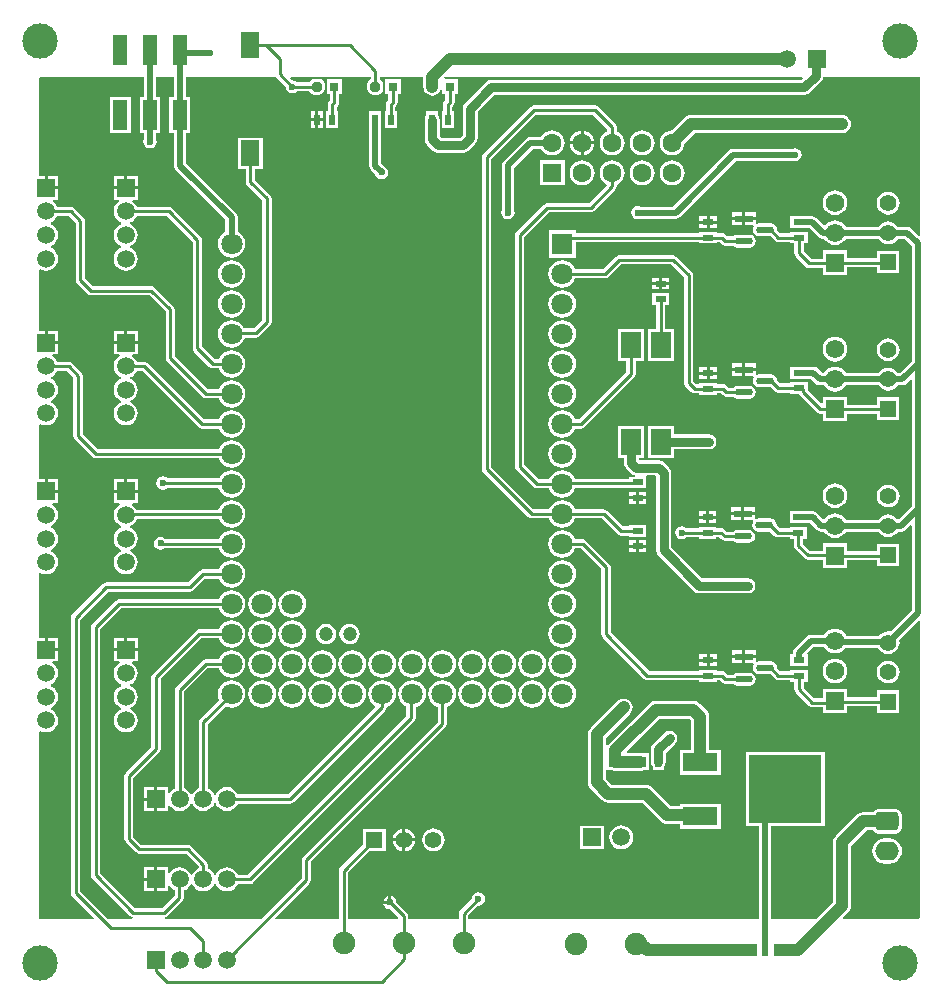
<source format=gtl>
G04*
G04 #@! TF.GenerationSoftware,Altium Limited,Altium Designer,20.1.8 (145)*
G04*
G04 Layer_Physical_Order=1*
G04 Layer_Color=255*
%FSLAX25Y25*%
%MOIN*%
G70*
G04*
G04 #@! TF.SameCoordinates,270EA023-51AB-43D7-A289-41EC75A4802A*
G04*
G04*
G04 #@! TF.FilePolarity,Positive*
G04*
G01*
G75*
%ADD16R,0.03740X0.01968*%
G04:AMPARAMS|DCode=17|XSize=60.01mil|YSize=22.75mil|CornerRadius=11.38mil|HoleSize=0mil|Usage=FLASHONLY|Rotation=0.000|XOffset=0mil|YOffset=0mil|HoleType=Round|Shape=RoundedRectangle|*
%AMROUNDEDRECTD17*
21,1,0.06001,0.00000,0,0,0.0*
21,1,0.03725,0.02275,0,0,0.0*
1,1,0.02275,0.01863,0.00000*
1,1,0.02275,-0.01863,0.00000*
1,1,0.02275,-0.01863,0.00000*
1,1,0.02275,0.01863,0.00000*
%
%ADD17ROUNDEDRECTD17*%
%ADD18R,0.06001X0.02275*%
%ADD19R,0.03150X0.03150*%
G04:AMPARAMS|DCode=20|XSize=31.5mil|YSize=31.5mil|CornerRadius=7.87mil|HoleSize=0mil|Usage=FLASHONLY|Rotation=0.000|XOffset=0mil|YOffset=0mil|HoleType=Round|Shape=RoundedRectangle|*
%AMROUNDEDRECTD20*
21,1,0.03150,0.01575,0,0,0.0*
21,1,0.01575,0.03150,0,0,0.0*
1,1,0.01575,0.00787,-0.00787*
1,1,0.01575,-0.00787,-0.00787*
1,1,0.01575,-0.00787,0.00787*
1,1,0.01575,0.00787,0.00787*
%
%ADD20ROUNDEDRECTD20*%
%ADD21R,0.01968X0.03740*%
%ADD22R,0.06693X0.08661*%
%ADD23R,0.24410X0.22835*%
%ADD24R,0.11811X0.06299*%
%ADD25R,0.04724X0.09843*%
%ADD26R,0.06299X0.08583*%
%ADD27R,0.06299X0.08661*%
%ADD28R,0.01968X0.03937*%
%ADD38R,0.06181X0.06181*%
%ADD39C,0.06181*%
%ADD40R,0.05512X0.05512*%
%ADD41C,0.05512*%
%ADD50R,0.05512X0.05512*%
%ADD55C,0.01000*%
%ADD56C,0.01968*%
%ADD57C,0.03937*%
%ADD58C,0.02953*%
%ADD59R,0.05906X0.05906*%
%ADD60C,0.05906*%
%ADD61C,0.06299*%
%ADD62R,0.06299X0.06299*%
%ADD63R,0.05906X0.05906*%
%ADD64C,0.07480*%
G04:AMPARAMS|DCode=65|XSize=78.74mil|YSize=62.99mil|CornerRadius=15.75mil|HoleSize=0mil|Usage=FLASHONLY|Rotation=0.000|XOffset=0mil|YOffset=0mil|HoleType=Round|Shape=RoundedRectangle|*
%AMROUNDEDRECTD65*
21,1,0.07874,0.03150,0,0,0.0*
21,1,0.04724,0.06299,0,0,0.0*
1,1,0.03150,0.02362,-0.01575*
1,1,0.03150,-0.02362,-0.01575*
1,1,0.03150,-0.02362,0.01575*
1,1,0.03150,0.02362,0.01575*
%
%ADD65ROUNDEDRECTD65*%
%ADD66O,0.07874X0.06299*%
%ADD67R,0.07087X0.07087*%
%ADD68C,0.07087*%
%ADD69C,0.04724*%
%ADD70C,0.11811*%
%ADD71C,0.02362*%
G36*
X305118Y254302D02*
X304656Y254111D01*
X302218Y256549D01*
X301562Y256987D01*
X300787Y257141D01*
X297670D01*
X297167Y257797D01*
X296382Y258399D01*
X295469Y258777D01*
X294488Y258906D01*
X293508Y258777D01*
X292594Y258399D01*
X291810Y257797D01*
X291306Y257141D01*
X280361D01*
X280345Y257181D01*
X279689Y258035D01*
X278835Y258691D01*
X277839Y259103D01*
X276772Y259244D01*
X275704Y259103D01*
X274709Y258691D01*
X273854Y258035D01*
X273536Y257621D01*
X273037Y257588D01*
X270568Y260057D01*
X269912Y260495D01*
X269138Y260649D01*
X264769D01*
X264574Y260611D01*
X261899D01*
Y256642D01*
X264574D01*
X264769Y256603D01*
X268300D01*
X271215Y253688D01*
X271872Y253249D01*
X272646Y253095D01*
X273182D01*
X273199Y253055D01*
X273854Y252201D01*
X274709Y251545D01*
X275704Y251133D01*
X276772Y250992D01*
X277839Y251133D01*
X278835Y251545D01*
X279689Y252201D01*
X280345Y253055D01*
X280361Y253095D01*
X291306D01*
X291810Y252439D01*
X292594Y251837D01*
X293508Y251459D01*
X294488Y251330D01*
X295469Y251459D01*
X296382Y251837D01*
X297167Y252439D01*
X297670Y253095D01*
X299949D01*
X302308Y250737D01*
Y212255D01*
X298375Y208322D01*
X297670D01*
X297167Y208978D01*
X296382Y209580D01*
X295469Y209958D01*
X294488Y210087D01*
X293508Y209958D01*
X292594Y209580D01*
X291810Y208978D01*
X291306Y208322D01*
X280361D01*
X280345Y208362D01*
X279689Y209217D01*
X278835Y209872D01*
X277839Y210284D01*
X276772Y210425D01*
X275704Y210284D01*
X274709Y209872D01*
X273854Y209217D01*
X273199Y208362D01*
X273182Y208322D01*
X272492D01*
X270919Y209895D01*
X270262Y210334D01*
X269488Y210488D01*
X264769D01*
X264574Y210449D01*
X261899D01*
Y206480D01*
X264574D01*
X264769Y206441D01*
X268650D01*
X270223Y204869D01*
X270879Y204430D01*
X271654Y204276D01*
X273182D01*
X273199Y204236D01*
X273854Y203382D01*
X274709Y202726D01*
X275704Y202314D01*
X276772Y202173D01*
X277839Y202314D01*
X278835Y202726D01*
X279689Y203382D01*
X280345Y204236D01*
X280361Y204276D01*
X291306D01*
X291810Y203621D01*
X292594Y203018D01*
X293508Y202640D01*
X294488Y202511D01*
X295469Y202640D01*
X296382Y203018D01*
X297167Y203621D01*
X297670Y204276D01*
X299213D01*
X299987Y204430D01*
X300643Y204869D01*
X301846Y206071D01*
X302308Y205880D01*
Y163830D01*
X298113Y159635D01*
X297547Y159663D01*
X297167Y160159D01*
X296382Y160761D01*
X295469Y161140D01*
X294488Y161269D01*
X293508Y161140D01*
X292594Y160761D01*
X291810Y160159D01*
X291306Y159503D01*
X280361D01*
X280345Y159543D01*
X279689Y160398D01*
X278835Y161053D01*
X277839Y161466D01*
X276772Y161606D01*
X275704Y161466D01*
X274709Y161053D01*
X273854Y160398D01*
X273309Y159687D01*
X272804Y159647D01*
X272720Y159669D01*
X270722Y161667D01*
X270066Y162105D01*
X269291Y162259D01*
X264567D01*
X264371Y162221D01*
X261697D01*
Y158252D01*
X264371D01*
X264567Y158213D01*
X268453D01*
X270617Y156050D01*
X271273Y155611D01*
X272047Y155457D01*
X273182D01*
X273199Y155417D01*
X273854Y154563D01*
X274709Y153907D01*
X275704Y153495D01*
X276772Y153355D01*
X277839Y153495D01*
X278835Y153907D01*
X279689Y154563D01*
X280345Y155417D01*
X280361Y155457D01*
X291306D01*
X291810Y154802D01*
X292594Y154200D01*
X293508Y153821D01*
X294488Y153692D01*
X295469Y153821D01*
X296382Y154200D01*
X297167Y154802D01*
X297670Y155457D01*
X298819D01*
X299593Y155611D01*
X300249Y156050D01*
X301846Y157646D01*
X302308Y157455D01*
Y129184D01*
X295307Y122184D01*
X294488Y122292D01*
X293508Y122163D01*
X292594Y121785D01*
X291810Y121183D01*
X291518Y120803D01*
X280475D01*
X280345Y121118D01*
X279689Y121973D01*
X278835Y122628D01*
X277839Y123040D01*
X276772Y123181D01*
X275704Y123040D01*
X274709Y122628D01*
X273854Y121973D01*
X273199Y121118D01*
X273182Y121078D01*
X268661D01*
X267887Y120924D01*
X267231Y120486D01*
X263338Y116593D01*
X262900Y115937D01*
X262746Y115163D01*
Y114583D01*
X261899D01*
Y110614D01*
X264574D01*
X264769Y110575D01*
X264961D01*
X265156Y110614D01*
X267639D01*
Y114583D01*
X267639D01*
X267467Y114999D01*
X269499Y117032D01*
X273182D01*
X273199Y116992D01*
X273854Y116138D01*
X274709Y115482D01*
X275704Y115070D01*
X276772Y114929D01*
X277839Y115070D01*
X278835Y115482D01*
X279689Y116138D01*
X280164Y116756D01*
X291147D01*
X291207Y116610D01*
X291810Y115825D01*
X292594Y115223D01*
X293508Y114845D01*
X294488Y114716D01*
X295469Y114845D01*
X296382Y115223D01*
X297167Y115825D01*
X297769Y116610D01*
X298147Y117524D01*
X298276Y118504D01*
X298169Y119323D01*
X304656Y125811D01*
X305118Y125619D01*
Y27165D01*
X304331Y26378D01*
X279691D01*
X279499Y26840D01*
X281251Y28591D01*
X281727Y29212D01*
X282026Y29934D01*
X282128Y30709D01*
Y50728D01*
X287264Y55864D01*
X289576D01*
X289896Y55447D01*
X290434Y55034D01*
X291060Y54775D01*
X291732Y54686D01*
X296457D01*
X297129Y54775D01*
X297755Y55034D01*
X298293Y55447D01*
X298706Y55985D01*
X298965Y56611D01*
X299054Y57284D01*
Y60433D01*
X298965Y61105D01*
X298706Y61732D01*
X298293Y62269D01*
X297755Y62682D01*
X297129Y62942D01*
X296457Y63030D01*
X291732D01*
X291060Y62942D01*
X290434Y62682D01*
X289896Y62269D01*
X289576Y61852D01*
X286024D01*
X285249Y61750D01*
X284826Y61575D01*
X284527Y61451D01*
X283907Y60975D01*
X277017Y54086D01*
X276541Y53466D01*
X276242Y52743D01*
X276140Y51968D01*
Y31949D01*
X270569Y26378D01*
X255566D01*
Y57228D01*
X273441D01*
Y82063D01*
X247031D01*
Y57228D01*
X251520D01*
Y26378D01*
X154487D01*
Y27521D01*
X157823Y30857D01*
X157874Y30847D01*
X158725Y31016D01*
X159447Y31498D01*
X159929Y32220D01*
X160098Y33071D01*
X159929Y33922D01*
X159447Y34643D01*
X158725Y35125D01*
X157874Y35295D01*
X157023Y35125D01*
X156301Y34643D01*
X155819Y33922D01*
X155650Y33071D01*
X155660Y33020D01*
X151876Y29236D01*
X151545Y28740D01*
X151428Y28155D01*
Y26378D01*
X134487D01*
Y27278D01*
X134371Y27864D01*
X134039Y28360D01*
X130560Y31839D01*
X130570Y31890D01*
X130401Y32741D01*
X129919Y33462D01*
X129198Y33944D01*
X128847Y34014D01*
Y31890D01*
X128347D01*
Y31390D01*
X126222D01*
X126292Y31039D01*
X126774Y30317D01*
X127495Y29835D01*
X128347Y29666D01*
X128397Y29676D01*
X131195Y26878D01*
X130988Y26378D01*
X114487D01*
Y41852D01*
X121635Y49000D01*
X126984D01*
Y56512D01*
X119473D01*
Y51163D01*
X111876Y43567D01*
X111545Y43071D01*
X111428Y42485D01*
Y26378D01*
X90416D01*
X90224Y26840D01*
X101551Y38166D01*
X101882Y38663D01*
X101999Y39248D01*
Y45348D01*
X146908Y90257D01*
X147240Y90753D01*
X147356Y91339D01*
Y97094D01*
X148118Y97409D01*
X149067Y98138D01*
X149795Y99087D01*
X150253Y100192D01*
X150409Y101378D01*
X150253Y102564D01*
X149795Y103669D01*
X149067Y104618D01*
X148118Y105347D01*
X147013Y105804D01*
X145827Y105961D01*
X144641Y105804D01*
X143535Y105347D01*
X142586Y104618D01*
X141858Y103669D01*
X141400Y102564D01*
X141244Y101378D01*
X141400Y100192D01*
X141858Y99087D01*
X142586Y98138D01*
X143535Y97409D01*
X144297Y97094D01*
Y91972D01*
X99388Y47063D01*
X99057Y46567D01*
X98940Y45981D01*
Y39881D01*
X85437Y26378D01*
X53505D01*
X53456Y26878D01*
X53735Y26934D01*
X54231Y27265D01*
X59221Y32255D01*
X59553Y32752D01*
X59669Y33337D01*
Y35868D01*
X60261Y36113D01*
X61087Y36747D01*
X61721Y37573D01*
X61934Y38089D01*
X62476D01*
X62689Y37573D01*
X63323Y36747D01*
X64149Y36113D01*
X65110Y35715D01*
X66142Y35579D01*
X67174Y35715D01*
X68135Y36113D01*
X68961Y36747D01*
X69595Y37573D01*
X69808Y38089D01*
X70350D01*
X70563Y37573D01*
X71197Y36747D01*
X72023Y36113D01*
X72984Y35715D01*
X74016Y35579D01*
X75048Y35715D01*
X76009Y36113D01*
X76835Y36747D01*
X77469Y37573D01*
X77661Y38037D01*
X81692D01*
X82277Y38153D01*
X82774Y38485D01*
X136514Y92226D01*
X136846Y92722D01*
X136962Y93307D01*
Y96945D01*
X137013Y96952D01*
X138118Y97409D01*
X139067Y98138D01*
X139795Y99087D01*
X140253Y100192D01*
X140409Y101378D01*
X140253Y102564D01*
X139795Y103669D01*
X139067Y104618D01*
X138118Y105347D01*
X137013Y105804D01*
X135827Y105961D01*
X134641Y105804D01*
X133536Y105347D01*
X132586Y104618D01*
X131858Y103669D01*
X131400Y102564D01*
X131244Y101378D01*
X131400Y100192D01*
X131858Y99087D01*
X132586Y98138D01*
X133536Y97409D01*
X133904Y97257D01*
Y93941D01*
X81059Y41095D01*
X77661D01*
X77469Y41559D01*
X76835Y42385D01*
X76009Y43019D01*
X75048Y43417D01*
X74016Y43553D01*
X72984Y43417D01*
X72023Y43019D01*
X71197Y42385D01*
X70563Y41559D01*
X70350Y41044D01*
X69808D01*
X69595Y41559D01*
X68961Y42385D01*
X68135Y43019D01*
X67671Y43211D01*
Y44488D01*
X67555Y45073D01*
X67223Y45569D01*
X62105Y50688D01*
X61609Y51019D01*
X61024Y51136D01*
X45515D01*
X42868Y53783D01*
Y73382D01*
X51475Y81989D01*
X51807Y82486D01*
X51923Y83071D01*
Y106453D01*
X65319Y119849D01*
X71306D01*
X71622Y119087D01*
X72350Y118138D01*
X73299Y117409D01*
X74405Y116952D01*
X75590Y116796D01*
X76777Y116952D01*
X77882Y117409D01*
X78831Y118138D01*
X79559Y119087D01*
X80017Y120192D01*
X80173Y121378D01*
X80017Y122564D01*
X79559Y123669D01*
X78831Y124618D01*
X77882Y125347D01*
X76777Y125804D01*
X75590Y125961D01*
X74405Y125804D01*
X73299Y125347D01*
X72350Y124618D01*
X71622Y123669D01*
X71306Y122907D01*
X64685D01*
X64100Y122791D01*
X63604Y122459D01*
X49312Y108168D01*
X48981Y107672D01*
X48864Y107087D01*
Y83704D01*
X40257Y75097D01*
X39926Y74601D01*
X39809Y74016D01*
Y53150D01*
X39926Y52564D01*
X40257Y52068D01*
X43801Y48525D01*
X44297Y48193D01*
X44882Y48077D01*
X60390D01*
X64613Y43854D01*
Y43211D01*
X64149Y43019D01*
X63323Y42385D01*
X62689Y41559D01*
X62476Y41044D01*
X61934D01*
X61721Y41559D01*
X61087Y42385D01*
X60261Y43019D01*
X59300Y43417D01*
X58268Y43553D01*
X57236Y43417D01*
X56274Y43019D01*
X55449Y42385D01*
X54847Y41600D01*
X54791Y41600D01*
X54347Y41935D01*
Y43519D01*
X50894D01*
Y39566D01*
Y35613D01*
X54347D01*
Y37197D01*
X54791Y37532D01*
X54847Y37532D01*
X55449Y36747D01*
X56274Y36113D01*
X56611Y35974D01*
Y33970D01*
X52516Y29876D01*
X43547D01*
X31844Y41578D01*
Y122989D01*
X38704Y129849D01*
X71306D01*
X71622Y129087D01*
X72350Y128138D01*
X73299Y127409D01*
X74405Y126952D01*
X75590Y126795D01*
X76777Y126952D01*
X77882Y127409D01*
X78831Y128138D01*
X79559Y129087D01*
X80017Y130192D01*
X80173Y131378D01*
X80017Y132564D01*
X79559Y133669D01*
X78831Y134618D01*
X77882Y135346D01*
X76777Y135804D01*
X75590Y135960D01*
X74405Y135804D01*
X73299Y135346D01*
X72350Y134618D01*
X71622Y133669D01*
X71306Y132907D01*
X38071D01*
X37486Y132791D01*
X36989Y132459D01*
X29234Y124704D01*
X28902Y124207D01*
X28786Y123622D01*
Y40945D01*
X28902Y40360D01*
X29234Y39863D01*
X41832Y27265D01*
X42328Y26934D01*
X42607Y26878D01*
X42558Y26378D01*
X34446D01*
X25151Y35673D01*
Y126138D01*
X34492Y135478D01*
X61811D01*
X62396Y135595D01*
X62893Y135926D01*
X66775Y139809D01*
X71323D01*
X71622Y139087D01*
X72350Y138138D01*
X73299Y137409D01*
X74405Y136952D01*
X75590Y136795D01*
X76777Y136952D01*
X77882Y137409D01*
X78831Y138138D01*
X79559Y139087D01*
X80017Y140192D01*
X80173Y141378D01*
X80017Y142564D01*
X79559Y143669D01*
X78831Y144618D01*
X77882Y145346D01*
X76777Y145804D01*
X75590Y145960D01*
X74405Y145804D01*
X73299Y145346D01*
X72350Y144618D01*
X71622Y143669D01*
X71290Y142868D01*
X66142D01*
X65557Y142752D01*
X65060Y142420D01*
X61177Y138537D01*
X33858D01*
X33273Y138421D01*
X32777Y138089D01*
X22541Y127853D01*
X22209Y127357D01*
X22093Y126772D01*
Y35039D01*
X22209Y34454D01*
X22541Y33958D01*
X29659Y26840D01*
X29467Y26378D01*
X11417D01*
Y88782D01*
X11917Y89013D01*
X12748Y88669D01*
X13780Y88533D01*
X14811Y88669D01*
X15773Y89067D01*
X16599Y89701D01*
X17232Y90526D01*
X17630Y91488D01*
X17766Y92520D01*
X17630Y93552D01*
X17232Y94513D01*
X16599Y95339D01*
X15773Y95972D01*
X15257Y96186D01*
Y96727D01*
X15773Y96941D01*
X16599Y97575D01*
X17232Y98400D01*
X17630Y99362D01*
X17766Y100394D01*
X17630Y101426D01*
X17232Y102387D01*
X16599Y103213D01*
X15773Y103846D01*
X15257Y104060D01*
Y104601D01*
X15773Y104815D01*
X16599Y105449D01*
X17232Y106274D01*
X17630Y107236D01*
X17766Y108268D01*
X17630Y109300D01*
X17232Y110261D01*
X16599Y111087D01*
X15814Y111689D01*
X15813Y111745D01*
X16149Y112189D01*
X17732D01*
Y115642D01*
X13780D01*
Y116142D01*
X13280D01*
Y120095D01*
X11417D01*
Y141538D01*
X11917Y141769D01*
X12748Y141425D01*
X13780Y141289D01*
X14811Y141425D01*
X15773Y141823D01*
X16599Y142456D01*
X17232Y143282D01*
X17630Y144244D01*
X17766Y145276D01*
X17630Y146308D01*
X17232Y147269D01*
X16599Y148095D01*
X15773Y148728D01*
X15257Y148942D01*
Y149483D01*
X15773Y149697D01*
X16599Y150330D01*
X17232Y151156D01*
X17630Y152118D01*
X17766Y153150D01*
X17630Y154182D01*
X17232Y155143D01*
X16599Y155969D01*
X15773Y156602D01*
X15257Y156816D01*
Y157357D01*
X15773Y157571D01*
X16599Y158204D01*
X17232Y159030D01*
X17630Y159992D01*
X17766Y161024D01*
X17630Y162056D01*
X17232Y163017D01*
X16599Y163843D01*
X15814Y164445D01*
X15813Y164501D01*
X16149Y164945D01*
X17732D01*
Y168398D01*
X13780D01*
Y168898D01*
X13280D01*
Y172850D01*
X11417D01*
Y191145D01*
X11917Y191375D01*
X12748Y191031D01*
X13780Y190895D01*
X14811Y191031D01*
X15773Y191429D01*
X16599Y192063D01*
X17232Y192888D01*
X17630Y193850D01*
X17766Y194882D01*
X17630Y195914D01*
X17232Y196875D01*
X16599Y197701D01*
X15773Y198335D01*
X15257Y198548D01*
Y199090D01*
X15773Y199303D01*
X16599Y199937D01*
X17232Y200763D01*
X17630Y201724D01*
X17766Y202756D01*
X17630Y203788D01*
X17232Y204749D01*
X16599Y205575D01*
X15773Y206209D01*
X15257Y206422D01*
Y206963D01*
X15773Y207177D01*
X16599Y207811D01*
X17232Y208636D01*
X17424Y209101D01*
X20626D01*
X22880Y206847D01*
Y187402D01*
X22997Y186816D01*
X23328Y186320D01*
X29234Y180415D01*
X29730Y180083D01*
X30315Y179967D01*
X71258D01*
X71622Y179087D01*
X72350Y178138D01*
X73299Y177409D01*
X74405Y176952D01*
X75590Y176795D01*
X76777Y176952D01*
X77882Y177409D01*
X78831Y178138D01*
X79559Y179087D01*
X80017Y180192D01*
X80173Y181378D01*
X80017Y182564D01*
X79559Y183669D01*
X78831Y184618D01*
X77882Y185346D01*
X76777Y185804D01*
X75590Y185960D01*
X74405Y185804D01*
X73299Y185346D01*
X72350Y184618D01*
X71622Y183669D01*
X71355Y183026D01*
X30948D01*
X25939Y188035D01*
Y207480D01*
X25822Y208066D01*
X25491Y208562D01*
X22341Y211711D01*
X21845Y212043D01*
X21260Y212159D01*
X17424D01*
X17232Y212623D01*
X16599Y213449D01*
X15814Y214051D01*
X15813Y214107D01*
X16149Y214551D01*
X17732D01*
Y218004D01*
X13780D01*
Y218504D01*
X13280D01*
Y222457D01*
X11417D01*
Y242720D01*
X11917Y242950D01*
X12748Y242606D01*
X13780Y242470D01*
X14811Y242606D01*
X15773Y243004D01*
X16599Y243638D01*
X17232Y244463D01*
X17630Y245425D01*
X17766Y246457D01*
X17630Y247489D01*
X17232Y248450D01*
X16599Y249276D01*
X15773Y249909D01*
X15257Y250123D01*
Y250664D01*
X15773Y250878D01*
X16599Y251512D01*
X17232Y252337D01*
X17630Y253299D01*
X17766Y254331D01*
X17630Y255363D01*
X17232Y256324D01*
X16599Y257150D01*
X15773Y257783D01*
X15257Y257997D01*
Y258538D01*
X15773Y258752D01*
X16599Y259386D01*
X17232Y260211D01*
X17424Y260675D01*
X21414D01*
X23667Y258422D01*
Y239370D01*
X23784Y238785D01*
X24115Y238289D01*
X27659Y234745D01*
X28155Y234414D01*
X28740Y234297D01*
X48185D01*
X53589Y228894D01*
Y213386D01*
X53705Y212801D01*
X54037Y212304D01*
X66044Y200296D01*
X66541Y199965D01*
X67126Y199849D01*
X71306D01*
X71622Y199087D01*
X72350Y198138D01*
X73299Y197409D01*
X74405Y196952D01*
X75590Y196795D01*
X76777Y196952D01*
X77882Y197409D01*
X78831Y198138D01*
X79559Y199087D01*
X80017Y200192D01*
X80173Y201378D01*
X80017Y202564D01*
X79559Y203669D01*
X78831Y204618D01*
X77882Y205346D01*
X76777Y205804D01*
X75590Y205960D01*
X74405Y205804D01*
X73299Y205346D01*
X72350Y204618D01*
X71622Y203669D01*
X71306Y202907D01*
X67760D01*
X56647Y214019D01*
Y229528D01*
X56531Y230113D01*
X56200Y230609D01*
X49900Y236908D01*
X49404Y237240D01*
X48819Y237356D01*
X29374D01*
X26726Y240004D01*
Y259055D01*
X26610Y259640D01*
X26278Y260137D01*
X23129Y263286D01*
X22633Y263618D01*
X22047Y263734D01*
X17424D01*
X17232Y264198D01*
X16599Y265024D01*
X15814Y265626D01*
X15813Y265682D01*
X16149Y266126D01*
X17732D01*
Y269579D01*
X13780D01*
Y270079D01*
X13280D01*
Y274031D01*
X11417D01*
Y306693D01*
X11811Y307087D01*
X46402D01*
Y300213D01*
X45063D01*
Y288370D01*
X46402D01*
Y286331D01*
X46371Y286284D01*
X46201Y285433D01*
X46371Y284582D01*
X46853Y283861D01*
X47574Y283379D01*
X48425Y283209D01*
X49276Y283379D01*
X49998Y283861D01*
X50480Y284582D01*
X50649Y285433D01*
X50480Y286284D01*
X50448Y286331D01*
Y288370D01*
X51787D01*
Y300213D01*
X50448D01*
Y307087D01*
X56523D01*
Y300213D01*
X54905D01*
Y288370D01*
X56523D01*
Y277280D01*
X56677Y276506D01*
X57116Y275850D01*
X73567Y259398D01*
Y255458D01*
X73299Y255346D01*
X72350Y254618D01*
X71622Y253669D01*
X71164Y252564D01*
X71008Y251378D01*
X71164Y250192D01*
X71622Y249087D01*
X72350Y248138D01*
X73299Y247409D01*
X74405Y246952D01*
X75590Y246796D01*
X76777Y246952D01*
X77882Y247409D01*
X78831Y248138D01*
X79559Y249087D01*
X80017Y250192D01*
X80173Y251378D01*
X80017Y252564D01*
X79559Y253669D01*
X78831Y254618D01*
X77882Y255346D01*
X77614Y255458D01*
Y260236D01*
X77460Y261011D01*
X77021Y261667D01*
X60569Y278118D01*
Y288370D01*
X61630D01*
Y300213D01*
X60569D01*
Y307087D01*
X90441D01*
X90651Y306773D01*
X93597Y303826D01*
X93587Y303776D01*
X93756Y302925D01*
X94239Y302203D01*
X94960Y301721D01*
X95811Y301552D01*
X96662Y301721D01*
X97383Y302203D01*
X97412Y302246D01*
X101555D01*
X101920Y301699D01*
X102511Y301305D01*
X103209Y301166D01*
X104783D01*
X105481Y301305D01*
X106072Y301699D01*
X106467Y302291D01*
X106606Y302988D01*
Y304563D01*
X106467Y305260D01*
X106072Y305852D01*
X105481Y306247D01*
X104783Y306385D01*
X103209D01*
X102511Y306247D01*
X101920Y305852D01*
X101555Y305305D01*
X97412D01*
X97383Y305348D01*
X96662Y305830D01*
X95811Y305999D01*
X95760Y305989D01*
X95125Y306625D01*
X95316Y307087D01*
X121967D01*
Y306217D01*
X121420Y305852D01*
X121025Y305260D01*
X120886Y304563D01*
Y302988D01*
X121025Y302291D01*
X121420Y301699D01*
X122011Y301305D01*
X122709Y301166D01*
X124284D01*
X124981Y301305D01*
X125572Y301699D01*
X125967Y302291D01*
X126106Y302988D01*
Y304563D01*
X125967Y305260D01*
X125572Y305852D01*
X125025Y306217D01*
Y307087D01*
X139502D01*
Y303776D01*
X139604Y303001D01*
X139903Y302278D01*
X140379Y301658D01*
X140999Y301183D01*
X141721Y300884D01*
X142496Y300781D01*
X143271Y300884D01*
X143993Y301183D01*
X144613Y301658D01*
X145089Y302278D01*
X145327Y302852D01*
X145827Y302753D01*
Y301201D01*
X146872D01*
Y299197D01*
X146533Y298857D01*
X146201Y298361D01*
X146085Y297776D01*
Y295622D01*
X145630D01*
Y289882D01*
X149598D01*
Y295622D01*
X149144D01*
Y297142D01*
X149483Y297482D01*
X149815Y297978D01*
X149931Y298563D01*
Y301201D01*
X150976D01*
Y306350D01*
X146790D01*
X146564Y306850D01*
X146751Y307087D01*
X265855D01*
X266046Y306625D01*
X265490Y306068D01*
X162205D01*
X161239Y305876D01*
X160419Y305329D01*
X153333Y298242D01*
X152785Y297423D01*
X152593Y296457D01*
Y287660D01*
X151710Y286777D01*
X145534D01*
X145021Y287290D01*
Y292752D01*
X144829Y293718D01*
X144480Y294240D01*
Y295622D01*
X140512D01*
Y294240D01*
X140163Y293718D01*
X139971Y292752D01*
Y286244D01*
X140163Y285278D01*
X140711Y284459D01*
X142703Y282467D01*
X143522Y281919D01*
X144488Y281727D01*
X152756D01*
X153722Y281919D01*
X154541Y282467D01*
X156904Y284829D01*
X157451Y285648D01*
X157643Y286614D01*
Y295411D01*
X163251Y301018D01*
X266535D01*
X267502Y301211D01*
X268321Y301758D01*
X272117Y305555D01*
X272665Y306374D01*
X272807Y307087D01*
X305118D01*
Y254302D01*
D02*
G37*
%LPC*%
G36*
X105980Y295622D02*
X104496D01*
Y293252D01*
X105980D01*
Y295622D01*
D02*
G37*
G36*
X103496D02*
X102012D01*
Y293252D01*
X103496D01*
Y295622D01*
D02*
G37*
G36*
X131976Y306350D02*
X126827D01*
Y301201D01*
X127872D01*
Y299197D01*
X127533Y298857D01*
X127201Y298361D01*
X127085Y297776D01*
Y295622D01*
X126630D01*
Y289882D01*
X130598D01*
Y295622D01*
X130144D01*
Y297142D01*
X130483Y297482D01*
X130815Y297978D01*
X130931Y298563D01*
Y301201D01*
X131976D01*
Y306350D01*
D02*
G37*
G36*
X112476D02*
X107327D01*
Y301201D01*
X108372D01*
Y299197D01*
X108033Y298857D01*
X107701Y298361D01*
X107585Y297776D01*
Y295622D01*
X107130D01*
Y289882D01*
X111098D01*
Y295622D01*
X110644D01*
Y297142D01*
X110983Y297482D01*
X111315Y297978D01*
X111431Y298563D01*
Y301201D01*
X112476D01*
Y306350D01*
D02*
G37*
G36*
X105980Y292252D02*
X104496D01*
Y289882D01*
X105980D01*
Y292252D01*
D02*
G37*
G36*
X103496D02*
X102012D01*
Y289882D01*
X103496D01*
Y292252D01*
D02*
G37*
G36*
X41945Y300213D02*
X35221D01*
Y288370D01*
X41945D01*
Y300213D01*
D02*
G37*
G36*
X192941Y289159D02*
Y285539D01*
X196561D01*
X196484Y286123D01*
X196066Y287132D01*
X195401Y287999D01*
X194534Y288664D01*
X193524Y289082D01*
X192941Y289159D01*
D02*
G37*
G36*
X191941D02*
X191358Y289082D01*
X190348Y288664D01*
X189481Y287999D01*
X188816Y287132D01*
X188398Y286123D01*
X188321Y285539D01*
X191941D01*
Y289159D01*
D02*
G37*
G36*
X196561Y284539D02*
X192941D01*
Y280920D01*
X193524Y280997D01*
X194534Y281415D01*
X195401Y282080D01*
X196066Y282947D01*
X196484Y283956D01*
X196561Y284539D01*
D02*
G37*
G36*
X191941D02*
X188321D01*
X188398Y283956D01*
X188816Y282947D01*
X189481Y282080D01*
X190348Y281415D01*
X191358Y280997D01*
X191941Y280920D01*
Y284539D01*
D02*
G37*
G36*
X279134Y294333D02*
X228740D01*
X227965Y294231D01*
X227243Y293932D01*
X226623Y293456D01*
X222385Y289217D01*
X221358Y289082D01*
X220348Y288664D01*
X219481Y287999D01*
X218816Y287132D01*
X218398Y286123D01*
X218255Y285039D01*
X218398Y283956D01*
X218816Y282947D01*
X219481Y282080D01*
X220348Y281415D01*
X221358Y280997D01*
X222441Y280854D01*
X223524Y280997D01*
X224534Y281415D01*
X225400Y282080D01*
X226066Y282947D01*
X226484Y283956D01*
X226619Y284983D01*
X229980Y288345D01*
X279134D01*
X279909Y288446D01*
X280631Y288746D01*
X281251Y289221D01*
X281727Y289842D01*
X282026Y290564D01*
X282128Y291339D01*
X282026Y292113D01*
X281727Y292836D01*
X281251Y293456D01*
X280631Y293932D01*
X279909Y294231D01*
X279134Y294333D01*
D02*
G37*
G36*
X212441Y289225D02*
X211358Y289082D01*
X210348Y288664D01*
X209481Y287999D01*
X208816Y287132D01*
X208398Y286123D01*
X208256Y285039D01*
X208398Y283956D01*
X208816Y282947D01*
X209481Y282080D01*
X210348Y281415D01*
X211358Y280997D01*
X212441Y280854D01*
X213524Y280997D01*
X214534Y281415D01*
X215401Y282080D01*
X216066Y282947D01*
X216484Y283956D01*
X216626Y285039D01*
X216484Y286123D01*
X216066Y287132D01*
X215401Y287999D01*
X214534Y288664D01*
X213524Y289082D01*
X212441Y289225D01*
D02*
G37*
G36*
X196871Y297572D02*
X176357D01*
X175772Y297456D01*
X175276Y297124D01*
X159548Y281396D01*
X159217Y280900D01*
X159100Y280315D01*
Y176378D01*
X159217Y175793D01*
X159548Y175296D01*
X174509Y160336D01*
X175005Y160004D01*
X175591Y159888D01*
X181526D01*
X181858Y159087D01*
X182586Y158138D01*
X183536Y157409D01*
X184641Y156952D01*
X185827Y156796D01*
X187013Y156952D01*
X188118Y157409D01*
X189067Y158138D01*
X189795Y159087D01*
X190111Y159849D01*
X199012D01*
X204234Y154627D01*
X204730Y154296D01*
X205315Y154179D01*
X208154D01*
Y153724D01*
X213894D01*
Y157693D01*
X208154D01*
Y157238D01*
X205948D01*
X200727Y162459D01*
X200231Y162791D01*
X199646Y162907D01*
X190111D01*
X189795Y163669D01*
X189067Y164618D01*
X188118Y165347D01*
X187013Y165804D01*
X185827Y165961D01*
X184641Y165804D01*
X183536Y165347D01*
X182586Y164618D01*
X181858Y163669D01*
X181559Y162947D01*
X176224D01*
X162159Y177011D01*
Y279681D01*
X176991Y294513D01*
X196238D01*
X200912Y289839D01*
Y288897D01*
X200348Y288664D01*
X199481Y287999D01*
X198816Y287132D01*
X198398Y286123D01*
X198256Y285039D01*
X198398Y283956D01*
X198816Y282947D01*
X199481Y282080D01*
X200348Y281415D01*
X201358Y280997D01*
X202441Y280854D01*
X203524Y280997D01*
X204534Y281415D01*
X205400Y282080D01*
X206066Y282947D01*
X206484Y283956D01*
X206626Y285039D01*
X206484Y286123D01*
X206066Y287132D01*
X205400Y287999D01*
X204534Y288664D01*
X203970Y288897D01*
Y290473D01*
X203854Y291058D01*
X203522Y291554D01*
X197952Y297124D01*
X197456Y297456D01*
X196871Y297572D01*
D02*
G37*
G36*
X182441Y289225D02*
X181358Y289082D01*
X180348Y288664D01*
X179481Y287999D01*
X178816Y287132D01*
X178787Y287063D01*
X175197D01*
X174423Y286909D01*
X173766Y286470D01*
X166286Y278990D01*
X165847Y278333D01*
X165693Y277559D01*
Y262709D01*
X165662Y262662D01*
X165493Y261811D01*
X165662Y260960D01*
X166144Y260239D01*
X166866Y259756D01*
X167717Y259587D01*
X168568Y259756D01*
X169289Y260239D01*
X169771Y260960D01*
X169940Y261811D01*
X169771Y262662D01*
X169740Y262709D01*
Y276721D01*
X176035Y283016D01*
X178787D01*
X178816Y282947D01*
X179481Y282080D01*
X180348Y281415D01*
X181358Y280997D01*
X182441Y280854D01*
X183524Y280997D01*
X184534Y281415D01*
X185400Y282080D01*
X186066Y282947D01*
X186484Y283956D01*
X186626Y285039D01*
X186484Y286123D01*
X186066Y287132D01*
X185400Y287999D01*
X184534Y288664D01*
X183524Y289082D01*
X182441Y289225D01*
D02*
G37*
G36*
X263386Y283326D02*
X262535Y283157D01*
X262488Y283125D01*
X242913D01*
X242139Y282972D01*
X241483Y282533D01*
X222784Y263834D01*
X211922D01*
X211875Y263866D01*
X211024Y264035D01*
X210173Y263866D01*
X209451Y263384D01*
X208969Y262662D01*
X208800Y261811D01*
X208969Y260960D01*
X209451Y260239D01*
X210173Y259756D01*
X211024Y259587D01*
X211875Y259756D01*
X211922Y259788D01*
X223622D01*
X224396Y259942D01*
X225053Y260381D01*
X243751Y279079D01*
X262488D01*
X262535Y279048D01*
X263386Y278878D01*
X264237Y279048D01*
X264958Y279530D01*
X265440Y280251D01*
X265610Y281102D01*
X265440Y281953D01*
X264958Y282675D01*
X264237Y283157D01*
X263386Y283326D01*
D02*
G37*
G36*
X125480Y295622D02*
X121512D01*
Y292947D01*
X121473Y292752D01*
Y277291D01*
X121627Y276517D01*
X122065Y275861D01*
X123525Y274401D01*
X123536Y274346D01*
X124018Y273624D01*
X124740Y273142D01*
X125591Y272973D01*
X126442Y273142D01*
X127163Y273624D01*
X127645Y274346D01*
X127814Y275197D01*
X127645Y276048D01*
X127163Y276769D01*
X126442Y277251D01*
X126386Y277262D01*
X125519Y278129D01*
Y292752D01*
X125480Y292947D01*
Y295622D01*
D02*
G37*
G36*
X186591Y279189D02*
X178291D01*
Y270890D01*
X186591D01*
Y279189D01*
D02*
G37*
G36*
X222441Y279225D02*
X221358Y279082D01*
X220348Y278664D01*
X219481Y277999D01*
X218816Y277132D01*
X218398Y276123D01*
X218255Y275039D01*
X218398Y273956D01*
X218816Y272947D01*
X219481Y272080D01*
X220348Y271415D01*
X221358Y270997D01*
X222441Y270854D01*
X223524Y270997D01*
X224534Y271415D01*
X225400Y272080D01*
X226066Y272947D01*
X226484Y273956D01*
X226626Y275039D01*
X226484Y276123D01*
X226066Y277132D01*
X225400Y277999D01*
X224534Y278664D01*
X223524Y279082D01*
X222441Y279225D01*
D02*
G37*
G36*
X212441D02*
X211358Y279082D01*
X210348Y278664D01*
X209481Y277999D01*
X208816Y277132D01*
X208398Y276123D01*
X208256Y275039D01*
X208398Y273956D01*
X208816Y272947D01*
X209481Y272080D01*
X210348Y271415D01*
X211358Y270997D01*
X212441Y270854D01*
X213524Y270997D01*
X214534Y271415D01*
X215401Y272080D01*
X216066Y272947D01*
X216484Y273956D01*
X216626Y275039D01*
X216484Y276123D01*
X216066Y277132D01*
X215401Y277999D01*
X214534Y278664D01*
X213524Y279082D01*
X212441Y279225D01*
D02*
G37*
G36*
X192441D02*
X191358Y279082D01*
X190348Y278664D01*
X189481Y277999D01*
X188816Y277132D01*
X188398Y276123D01*
X188256Y275039D01*
X188398Y273956D01*
X188816Y272947D01*
X189481Y272080D01*
X190348Y271415D01*
X191358Y270997D01*
X192441Y270854D01*
X193524Y270997D01*
X194534Y271415D01*
X195401Y272080D01*
X196066Y272947D01*
X196484Y273956D01*
X196626Y275039D01*
X196484Y276123D01*
X196066Y277132D01*
X195401Y277999D01*
X194534Y278664D01*
X193524Y279082D01*
X192441Y279225D01*
D02*
G37*
G36*
X44307Y274031D02*
X40854D01*
Y270579D01*
X44307D01*
Y274031D01*
D02*
G37*
G36*
X17732D02*
X14279D01*
Y270579D01*
X17732D01*
Y274031D01*
D02*
G37*
G36*
X39854D02*
X36402D01*
Y270579D01*
X39854D01*
Y274031D01*
D02*
G37*
G36*
X294488Y268749D02*
X293508Y268620D01*
X292594Y268241D01*
X291810Y267639D01*
X291207Y266855D01*
X290829Y265941D01*
X290700Y264961D01*
X290829Y263980D01*
X291207Y263067D01*
X291810Y262282D01*
X292594Y261680D01*
X293508Y261301D01*
X294488Y261172D01*
X295469Y261301D01*
X296382Y261680D01*
X297167Y262282D01*
X297769Y263067D01*
X298147Y263980D01*
X298276Y264961D01*
X298147Y265941D01*
X297769Y266855D01*
X297167Y267639D01*
X296382Y268241D01*
X295469Y268620D01*
X294488Y268749D01*
D02*
G37*
G36*
X276772Y269244D02*
X275704Y269103D01*
X274709Y268691D01*
X273854Y268036D01*
X273199Y267181D01*
X272786Y266186D01*
X272646Y265118D01*
X272786Y264050D01*
X273199Y263055D01*
X273854Y262201D01*
X274709Y261545D01*
X275704Y261133D01*
X276772Y260992D01*
X277839Y261133D01*
X278835Y261545D01*
X279689Y262201D01*
X280345Y263055D01*
X280757Y264050D01*
X280897Y265118D01*
X280757Y266186D01*
X280345Y267181D01*
X279689Y268036D01*
X278835Y268691D01*
X277839Y269103D01*
X276772Y269244D01*
D02*
G37*
G36*
X250266Y261945D02*
X246765D01*
Y260308D01*
X250266D01*
Y261945D01*
D02*
G37*
G36*
X245765D02*
X242265D01*
Y260308D01*
X245765D01*
Y261945D01*
D02*
G37*
G36*
X237324Y260611D02*
X234954D01*
Y259126D01*
X237324D01*
Y260611D01*
D02*
G37*
G36*
X233954D02*
X231584D01*
Y259126D01*
X233954D01*
Y260611D01*
D02*
G37*
G36*
X245765Y259308D02*
X242265D01*
Y257670D01*
X245765D01*
Y259308D01*
D02*
G37*
G36*
X237324Y258126D02*
X234954D01*
Y256642D01*
X237324D01*
Y258126D01*
D02*
G37*
G36*
X233954D02*
X231584D01*
Y256642D01*
X233954D01*
Y258126D01*
D02*
G37*
G36*
X190370Y255921D02*
X181283D01*
Y246835D01*
X190370D01*
Y251979D01*
X231584D01*
Y251524D01*
X237324D01*
Y251979D01*
X238352D01*
X239086Y251246D01*
X239582Y250914D01*
X240167Y250798D01*
X242853D01*
X242861Y250786D01*
X243568Y250313D01*
X244402Y250148D01*
X248128D01*
X248962Y250313D01*
X249669Y250786D01*
X250142Y251493D01*
X250307Y252327D01*
X250142Y253161D01*
X249669Y253868D01*
X248962Y254341D01*
X248128Y254507D01*
X244402D01*
X243568Y254341D01*
X242861Y253868D01*
X242853Y253857D01*
X240801D01*
X240068Y254590D01*
X239571Y254921D01*
X238986Y255038D01*
X237324D01*
Y255492D01*
X231584D01*
Y255038D01*
X190370D01*
Y255921D01*
D02*
G37*
G36*
X222835Y247592D02*
X204724D01*
X204139Y247476D01*
X203643Y247144D01*
X199406Y242907D01*
X190111D01*
X189795Y243669D01*
X189067Y244618D01*
X188118Y245346D01*
X187013Y245804D01*
X185827Y245960D01*
X184641Y245804D01*
X183536Y245346D01*
X182586Y244618D01*
X181858Y243669D01*
X181400Y242564D01*
X181244Y241378D01*
X181400Y240192D01*
X181858Y239087D01*
X182586Y238138D01*
X183536Y237409D01*
X184641Y236952D01*
X185827Y236795D01*
X187013Y236952D01*
X188118Y237409D01*
X189067Y238138D01*
X189795Y239087D01*
X190111Y239849D01*
X200039D01*
X200625Y239965D01*
X201121Y240297D01*
X205358Y244534D01*
X222201D01*
X226423Y240311D01*
Y205118D01*
X226540Y204533D01*
X226871Y204037D01*
X228840Y202068D01*
X229336Y201737D01*
X229921Y201620D01*
X231584D01*
Y201165D01*
X237324D01*
Y201620D01*
X238717D01*
X239450Y200887D01*
X239946Y200555D01*
X240531Y200439D01*
X242853D01*
X242861Y200427D01*
X243568Y199955D01*
X244402Y199789D01*
X248128D01*
X248962Y199955D01*
X249669Y200427D01*
X250142Y201134D01*
X250307Y201969D01*
X250142Y202803D01*
X249669Y203510D01*
X248962Y203982D01*
X248128Y204148D01*
X244402D01*
X243568Y203982D01*
X242861Y203510D01*
X242853Y203498D01*
X241165D01*
X240432Y204231D01*
X239935Y204563D01*
X239350Y204679D01*
X237324D01*
Y205134D01*
X231584D01*
Y204679D01*
X230555D01*
X229482Y205752D01*
Y240945D01*
X229366Y241530D01*
X229034Y242026D01*
X223916Y247144D01*
X223420Y247476D01*
X222835Y247592D01*
D02*
G37*
G36*
X250266Y259308D02*
X246765D01*
Y257670D01*
X249467D01*
X249735Y257170D01*
X249555Y256902D01*
X249390Y256067D01*
X249555Y255233D01*
X250028Y254526D01*
X250735Y254054D01*
X251569Y253888D01*
X255295D01*
X255309Y253890D01*
X256772Y252427D01*
X257268Y252095D01*
X257854Y251979D01*
X261899D01*
Y251524D01*
X263240D01*
Y248223D01*
X263356Y247638D01*
X263688Y247142D01*
X267029Y243800D01*
X267525Y243469D01*
X268110Y243353D01*
X272681D01*
Y241028D01*
X280862D01*
Y243589D01*
X290732D01*
Y241520D01*
X298244D01*
Y249031D01*
X290732D01*
Y246648D01*
X280862D01*
Y249209D01*
X272681D01*
Y246411D01*
X268744D01*
X266299Y248857D01*
Y251524D01*
X267639D01*
Y255492D01*
X261899D01*
Y255038D01*
X258487D01*
X257471Y256053D01*
X257474Y256067D01*
X257308Y256902D01*
X256836Y257609D01*
X256129Y258081D01*
X255295Y258247D01*
X251569D01*
X250766Y258087D01*
X250659Y258087D01*
X250266Y258298D01*
Y259308D01*
D02*
G37*
G36*
X221488Y240158D02*
X219118D01*
Y238673D01*
X221488D01*
Y240158D01*
D02*
G37*
G36*
X218118D02*
X215748D01*
Y238673D01*
X218118D01*
Y240158D01*
D02*
G37*
G36*
X75590Y245960D02*
X74405Y245804D01*
X73299Y245346D01*
X72350Y244618D01*
X71622Y243669D01*
X71164Y242564D01*
X71008Y241378D01*
X71164Y240192D01*
X71622Y239087D01*
X72350Y238138D01*
X73299Y237409D01*
X74405Y236952D01*
X75590Y236795D01*
X76777Y236952D01*
X77882Y237409D01*
X78831Y238138D01*
X79559Y239087D01*
X80017Y240192D01*
X80173Y241378D01*
X80017Y242564D01*
X79559Y243669D01*
X78831Y244618D01*
X77882Y245346D01*
X76777Y245804D01*
X75590Y245960D01*
D02*
G37*
G36*
X221488Y237673D02*
X219118D01*
Y236189D01*
X221488D01*
Y237673D01*
D02*
G37*
G36*
X218118D02*
X215748D01*
Y236189D01*
X218118D01*
Y237673D01*
D02*
G37*
G36*
X185827Y235961D02*
X184641Y235804D01*
X183536Y235347D01*
X182586Y234618D01*
X181858Y233669D01*
X181400Y232564D01*
X181244Y231378D01*
X181400Y230192D01*
X181858Y229087D01*
X182586Y228138D01*
X183536Y227409D01*
X184641Y226952D01*
X185827Y226796D01*
X187013Y226952D01*
X188118Y227409D01*
X189067Y228138D01*
X189795Y229087D01*
X190253Y230192D01*
X190409Y231378D01*
X190253Y232564D01*
X189795Y233669D01*
X189067Y234618D01*
X188118Y235347D01*
X187013Y235804D01*
X185827Y235961D01*
D02*
G37*
G36*
X75590D02*
X74405Y235804D01*
X73299Y235347D01*
X72350Y234618D01*
X71622Y233669D01*
X71164Y232564D01*
X71008Y231378D01*
X71164Y230192D01*
X71622Y229087D01*
X72350Y228138D01*
X73299Y227409D01*
X74405Y226952D01*
X75590Y226796D01*
X76777Y226952D01*
X77882Y227409D01*
X78831Y228138D01*
X79559Y229087D01*
X80017Y230192D01*
X80173Y231378D01*
X80017Y232564D01*
X79559Y233669D01*
X78831Y234618D01*
X77882Y235347D01*
X76777Y235804D01*
X75590Y235961D01*
D02*
G37*
G36*
X86039Y286846D02*
X77740D01*
Y276185D01*
X80360D01*
Y272047D01*
X80477Y271462D01*
X80808Y270966D01*
X85872Y265902D01*
Y225905D01*
X83150Y223183D01*
X79760D01*
X79559Y223669D01*
X78831Y224618D01*
X77882Y225346D01*
X76777Y225804D01*
X75590Y225960D01*
X74405Y225804D01*
X73299Y225346D01*
X72350Y224618D01*
X71622Y223669D01*
X71164Y222564D01*
X71008Y221378D01*
X71164Y220192D01*
X71622Y219087D01*
X72350Y218138D01*
X73299Y217409D01*
X74405Y216952D01*
X75590Y216795D01*
X76777Y216952D01*
X77882Y217409D01*
X78831Y218138D01*
X79559Y219087D01*
X79989Y220124D01*
X83784D01*
X84369Y220241D01*
X84865Y220572D01*
X88483Y224190D01*
X88815Y224686D01*
X88931Y225272D01*
Y266535D01*
X88815Y267121D01*
X88483Y267617D01*
X83419Y272681D01*
Y276185D01*
X86039D01*
Y286846D01*
D02*
G37*
G36*
X44307Y222457D02*
X40854D01*
Y219004D01*
X44307D01*
Y222457D01*
D02*
G37*
G36*
X17732D02*
X14279D01*
Y219004D01*
X17732D01*
Y222457D01*
D02*
G37*
G36*
X39854D02*
X36402D01*
Y219004D01*
X39854D01*
Y222457D01*
D02*
G37*
G36*
X185827Y225960D02*
X184641Y225804D01*
X183536Y225346D01*
X182586Y224618D01*
X181858Y223669D01*
X181400Y222564D01*
X181244Y221378D01*
X181400Y220192D01*
X181858Y219087D01*
X182586Y218138D01*
X183536Y217409D01*
X184641Y216952D01*
X185827Y216795D01*
X187013Y216952D01*
X188118Y217409D01*
X189067Y218138D01*
X189795Y219087D01*
X190253Y220192D01*
X190409Y221378D01*
X190253Y222564D01*
X189795Y223669D01*
X189067Y224618D01*
X188118Y225346D01*
X187013Y225804D01*
X185827Y225960D01*
D02*
G37*
G36*
X221488Y235039D02*
X215748D01*
Y231071D01*
X217089D01*
Y223047D01*
X214433D01*
Y212386D01*
X223126D01*
Y223047D01*
X220147D01*
Y231071D01*
X221488D01*
Y235039D01*
D02*
G37*
G36*
X294488Y219930D02*
X293508Y219801D01*
X292594Y219423D01*
X291810Y218821D01*
X291207Y218036D01*
X290829Y217122D01*
X290700Y216142D01*
X290829Y215161D01*
X291207Y214248D01*
X291810Y213463D01*
X292594Y212861D01*
X293508Y212483D01*
X294488Y212353D01*
X295469Y212483D01*
X296382Y212861D01*
X297167Y213463D01*
X297769Y214248D01*
X298147Y215161D01*
X298276Y216142D01*
X298147Y217122D01*
X297769Y218036D01*
X297167Y218821D01*
X296382Y219423D01*
X295469Y219801D01*
X294488Y219930D01*
D02*
G37*
G36*
X276772Y220425D02*
X275704Y220285D01*
X274709Y219872D01*
X273854Y219217D01*
X273199Y218362D01*
X272786Y217367D01*
X272646Y216299D01*
X272786Y215231D01*
X273199Y214236D01*
X273854Y213382D01*
X274709Y212726D01*
X275704Y212314D01*
X276772Y212173D01*
X277839Y212314D01*
X278835Y212726D01*
X279689Y213382D01*
X280345Y214236D01*
X280757Y215231D01*
X280897Y216299D01*
X280757Y217367D01*
X280345Y218362D01*
X279689Y219217D01*
X278835Y219872D01*
X277839Y220285D01*
X276772Y220425D01*
D02*
G37*
G36*
X250266Y211587D02*
X246765D01*
Y209949D01*
X250266D01*
Y211587D01*
D02*
G37*
G36*
X245765D02*
X242265D01*
Y209949D01*
X245765D01*
Y211587D01*
D02*
G37*
G36*
X237324Y210252D02*
X234954D01*
Y208768D01*
X237324D01*
Y210252D01*
D02*
G37*
G36*
X233954D02*
X231584D01*
Y208768D01*
X233954D01*
Y210252D01*
D02*
G37*
G36*
X245765Y208949D02*
X242265D01*
Y207311D01*
X245765D01*
Y208949D01*
D02*
G37*
G36*
X185827Y215961D02*
X184641Y215804D01*
X183536Y215347D01*
X182586Y214618D01*
X181858Y213669D01*
X181400Y212564D01*
X181244Y211378D01*
X181400Y210192D01*
X181858Y209087D01*
X182586Y208138D01*
X183536Y207409D01*
X184641Y206952D01*
X185827Y206796D01*
X187013Y206952D01*
X188118Y207409D01*
X189067Y208138D01*
X189795Y209087D01*
X190253Y210192D01*
X190409Y211378D01*
X190253Y212564D01*
X189795Y213669D01*
X189067Y214618D01*
X188118Y215347D01*
X187013Y215804D01*
X185827Y215961D01*
D02*
G37*
G36*
X44307Y269579D02*
X40354D01*
X36402D01*
Y266126D01*
X37985D01*
X38320Y265682D01*
X38320Y265626D01*
X37535Y265024D01*
X36902Y264198D01*
X36503Y263237D01*
X36367Y262205D01*
X36503Y261173D01*
X36902Y260211D01*
X37535Y259386D01*
X38361Y258752D01*
X38877Y258538D01*
Y257997D01*
X38361Y257783D01*
X37535Y257150D01*
X36902Y256324D01*
X36503Y255363D01*
X36367Y254331D01*
X36503Y253299D01*
X36902Y252337D01*
X37535Y251512D01*
X38361Y250878D01*
X38877Y250664D01*
Y250123D01*
X38361Y249909D01*
X37535Y249276D01*
X36902Y248450D01*
X36503Y247489D01*
X36367Y246457D01*
X36503Y245425D01*
X36902Y244463D01*
X37535Y243638D01*
X38361Y243004D01*
X39323Y242606D01*
X40354Y242470D01*
X41386Y242606D01*
X42348Y243004D01*
X43174Y243638D01*
X43807Y244463D01*
X44205Y245425D01*
X44341Y246457D01*
X44205Y247489D01*
X43807Y248450D01*
X43174Y249276D01*
X42348Y249909D01*
X41832Y250123D01*
Y250664D01*
X42348Y250878D01*
X43174Y251512D01*
X43807Y252337D01*
X44205Y253299D01*
X44341Y254331D01*
X44205Y255363D01*
X43807Y256324D01*
X43174Y257150D01*
X42348Y257783D01*
X41832Y257997D01*
Y258538D01*
X42348Y258752D01*
X43174Y259386D01*
X43807Y260211D01*
X43999Y260675D01*
X54091D01*
X62644Y252122D01*
Y216535D01*
X62760Y215950D01*
X63092Y215454D01*
X68249Y210297D01*
X68745Y209965D01*
X69331Y209849D01*
X71306D01*
X71622Y209087D01*
X72350Y208138D01*
X73299Y207409D01*
X74405Y206952D01*
X75590Y206796D01*
X76777Y206952D01*
X77882Y207409D01*
X78831Y208138D01*
X79559Y209087D01*
X80017Y210192D01*
X80173Y211378D01*
X80017Y212564D01*
X79559Y213669D01*
X78831Y214618D01*
X77882Y215347D01*
X76777Y215804D01*
X75590Y215961D01*
X74405Y215804D01*
X73299Y215347D01*
X72350Y214618D01*
X71622Y213669D01*
X71306Y212907D01*
X69964D01*
X65703Y217169D01*
Y252756D01*
X65586Y253341D01*
X65255Y253837D01*
X55806Y263286D01*
X55310Y263618D01*
X54724Y263734D01*
X43999D01*
X43807Y264198D01*
X43174Y265024D01*
X42389Y265626D01*
X42388Y265682D01*
X42724Y266126D01*
X44307D01*
Y269579D01*
D02*
G37*
G36*
X237324Y207768D02*
X234954D01*
Y206283D01*
X237324D01*
Y207768D01*
D02*
G37*
G36*
X233954D02*
X231584D01*
Y206283D01*
X233954D01*
Y207768D01*
D02*
G37*
G36*
X185827Y205960D02*
X184641Y205804D01*
X183536Y205346D01*
X182586Y204618D01*
X181858Y203669D01*
X181400Y202564D01*
X181244Y201378D01*
X181400Y200192D01*
X181858Y199087D01*
X182586Y198138D01*
X183536Y197409D01*
X184641Y196952D01*
X185827Y196795D01*
X187013Y196952D01*
X188118Y197409D01*
X189067Y198138D01*
X189795Y199087D01*
X190253Y200192D01*
X190409Y201378D01*
X190253Y202564D01*
X189795Y203669D01*
X189067Y204618D01*
X188118Y205346D01*
X187013Y205804D01*
X185827Y205960D01*
D02*
G37*
G36*
X213126Y223047D02*
X204433D01*
Y212386D01*
X207250D01*
Y208626D01*
X191492Y192868D01*
X190127D01*
X189795Y193669D01*
X189067Y194618D01*
X188118Y195346D01*
X187013Y195804D01*
X185827Y195960D01*
X184641Y195804D01*
X183536Y195346D01*
X182586Y194618D01*
X181858Y193669D01*
X181400Y192564D01*
X181244Y191378D01*
X181400Y190192D01*
X181858Y189087D01*
X182586Y188138D01*
X183536Y187409D01*
X184641Y186952D01*
X185827Y186795D01*
X187013Y186952D01*
X188118Y187409D01*
X189067Y188138D01*
X189795Y189087D01*
X190095Y189809D01*
X192126D01*
X192711Y189926D01*
X193207Y190257D01*
X209861Y206911D01*
X210192Y207407D01*
X210309Y207992D01*
Y212386D01*
X213126D01*
Y223047D01*
D02*
G37*
G36*
X250266Y208949D02*
X246765D01*
Y207311D01*
X249467D01*
X249735Y206811D01*
X249555Y206543D01*
X249390Y205709D01*
X249555Y204874D01*
X250028Y204167D01*
X250735Y203695D01*
X251569Y203529D01*
X255295D01*
X255309Y203532D01*
X256575Y202265D01*
X257072Y201934D01*
X257657Y201817D01*
X261899D01*
Y201362D01*
X264745D01*
X265058Y200895D01*
X270735Y195218D01*
X271231Y194886D01*
X271816Y194770D01*
X272681D01*
Y192209D01*
X280862D01*
Y194770D01*
X290732D01*
Y192701D01*
X298244D01*
Y200213D01*
X290732D01*
Y197829D01*
X280862D01*
Y200390D01*
X272681D01*
Y198304D01*
X272181Y198097D01*
X267669Y202610D01*
Y202862D01*
X267639Y203010D01*
Y205331D01*
X261899D01*
Y204876D01*
X258290D01*
X257471Y205695D01*
X257474Y205709D01*
X257308Y206543D01*
X256836Y207250D01*
X256129Y207722D01*
X255295Y207888D01*
X251569D01*
X250766Y207729D01*
X250659Y207729D01*
X250266Y207939D01*
Y208949D01*
D02*
G37*
G36*
X44307Y218004D02*
X40354D01*
X36402D01*
Y214551D01*
X37985D01*
X38320Y214107D01*
X38320Y214051D01*
X37535Y213449D01*
X36902Y212623D01*
X36503Y211662D01*
X36367Y210630D01*
X36503Y209598D01*
X36902Y208636D01*
X37535Y207811D01*
X38361Y207177D01*
X38877Y206963D01*
Y206422D01*
X38361Y206209D01*
X37535Y205575D01*
X36902Y204749D01*
X36503Y203788D01*
X36367Y202756D01*
X36503Y201724D01*
X36902Y200763D01*
X37535Y199937D01*
X38361Y199303D01*
X38877Y199090D01*
Y198548D01*
X38361Y198335D01*
X37535Y197701D01*
X36902Y196875D01*
X36503Y195914D01*
X36367Y194882D01*
X36503Y193850D01*
X36902Y192888D01*
X37535Y192063D01*
X38361Y191429D01*
X39322Y191031D01*
X40354Y190895D01*
X41386Y191031D01*
X42348Y191429D01*
X43174Y192063D01*
X43807Y192888D01*
X44205Y193850D01*
X44341Y194882D01*
X44205Y195914D01*
X43807Y196875D01*
X43174Y197701D01*
X42348Y198335D01*
X41832Y198548D01*
Y199090D01*
X42348Y199303D01*
X43174Y199937D01*
X43807Y200763D01*
X44205Y201724D01*
X44341Y202756D01*
X44205Y203788D01*
X43807Y204749D01*
X43174Y205575D01*
X42348Y206209D01*
X41832Y206422D01*
Y206963D01*
X42348Y207177D01*
X43174Y207811D01*
X43807Y208636D01*
X43999Y209101D01*
X45823D01*
X64667Y190257D01*
X65163Y189926D01*
X65748Y189809D01*
X71323D01*
X71622Y189087D01*
X72350Y188138D01*
X73299Y187409D01*
X74405Y186952D01*
X75590Y186795D01*
X76777Y186952D01*
X77882Y187409D01*
X78831Y188138D01*
X79559Y189087D01*
X80017Y190192D01*
X80173Y191378D01*
X80017Y192564D01*
X79559Y193669D01*
X78831Y194618D01*
X77882Y195346D01*
X76777Y195804D01*
X75590Y195960D01*
X74405Y195804D01*
X73299Y195346D01*
X72350Y194618D01*
X71622Y193669D01*
X71290Y192868D01*
X66382D01*
X47538Y211711D01*
X47042Y212043D01*
X46457Y212159D01*
X43999D01*
X43807Y212623D01*
X43174Y213449D01*
X42389Y214051D01*
X42388Y214107D01*
X42724Y214551D01*
X44307D01*
Y218004D01*
D02*
G37*
G36*
X223126Y190764D02*
X214433D01*
Y180102D01*
X223126D01*
Y182908D01*
X234646D01*
X235612Y183100D01*
X236431Y183648D01*
X236978Y184467D01*
X237171Y185433D01*
X236978Y186399D01*
X236431Y187218D01*
X235612Y187766D01*
X234646Y187958D01*
X223126D01*
Y190764D01*
D02*
G37*
G36*
X185827Y185960D02*
X184641Y185804D01*
X183536Y185346D01*
X182586Y184618D01*
X181858Y183669D01*
X181400Y182564D01*
X181244Y181378D01*
X181400Y180192D01*
X181858Y179087D01*
X182586Y178138D01*
X183536Y177409D01*
X184641Y176952D01*
X185827Y176795D01*
X187013Y176952D01*
X188118Y177409D01*
X189067Y178138D01*
X189795Y179087D01*
X190253Y180192D01*
X190409Y181378D01*
X190253Y182564D01*
X189795Y183669D01*
X189067Y184618D01*
X188118Y185346D01*
X187013Y185804D01*
X185827Y185960D01*
D02*
G37*
G36*
X75590Y175961D02*
X74405Y175804D01*
X73299Y175347D01*
X72350Y174618D01*
X71622Y173669D01*
X71421Y173183D01*
X54357D01*
X54328Y173226D01*
X53607Y173708D01*
X52756Y173877D01*
X51905Y173708D01*
X51183Y173226D01*
X50701Y172505D01*
X50532Y171653D01*
X50701Y170802D01*
X51183Y170081D01*
X51905Y169599D01*
X52756Y169430D01*
X53607Y169599D01*
X54328Y170081D01*
X54357Y170124D01*
X71192D01*
X71622Y169087D01*
X72350Y168138D01*
X73299Y167409D01*
X74405Y166952D01*
X75590Y166796D01*
X76777Y166952D01*
X77882Y167409D01*
X78831Y168138D01*
X79559Y169087D01*
X80017Y170192D01*
X80173Y171378D01*
X80017Y172564D01*
X79559Y173669D01*
X78831Y174618D01*
X77882Y175347D01*
X76777Y175804D01*
X75590Y175961D01*
D02*
G37*
G36*
X44307Y172850D02*
X40854D01*
Y169398D01*
X44307D01*
Y172850D01*
D02*
G37*
G36*
X17732D02*
X14279D01*
Y169398D01*
X17732D01*
Y172850D01*
D02*
G37*
G36*
X39854D02*
X36402D01*
Y169398D01*
X39854D01*
Y172850D01*
D02*
G37*
G36*
X213894Y168717D02*
X211524D01*
Y167232D01*
X213894D01*
Y168717D01*
D02*
G37*
G36*
X210524D02*
X208154D01*
Y167232D01*
X210524D01*
Y168717D01*
D02*
G37*
G36*
X213894Y166232D02*
X211524D01*
Y164748D01*
X213894D01*
Y166232D01*
D02*
G37*
G36*
X210524D02*
X208154D01*
Y164748D01*
X210524D01*
Y166232D01*
D02*
G37*
G36*
X294488Y171111D02*
X293508Y170982D01*
X292594Y170604D01*
X291810Y170002D01*
X291207Y169217D01*
X290829Y168303D01*
X290700Y167323D01*
X290829Y166342D01*
X291207Y165429D01*
X291810Y164644D01*
X292594Y164042D01*
X293508Y163664D01*
X294488Y163534D01*
X295469Y163664D01*
X296382Y164042D01*
X297167Y164644D01*
X297769Y165429D01*
X298147Y166342D01*
X298276Y167323D01*
X298147Y168303D01*
X297769Y169217D01*
X297167Y170002D01*
X296382Y170604D01*
X295469Y170982D01*
X294488Y171111D01*
D02*
G37*
G36*
X276772Y171606D02*
X275704Y171466D01*
X274709Y171053D01*
X273854Y170398D01*
X273199Y169543D01*
X272786Y168548D01*
X272646Y167480D01*
X272786Y166412D01*
X273199Y165417D01*
X273854Y164563D01*
X274709Y163907D01*
X275704Y163495D01*
X276772Y163355D01*
X277839Y163495D01*
X278835Y163907D01*
X279689Y164563D01*
X280345Y165417D01*
X280757Y166412D01*
X280897Y167480D01*
X280757Y168548D01*
X280345Y169543D01*
X279689Y170398D01*
X278835Y171053D01*
X277839Y171466D01*
X276772Y171606D01*
D02*
G37*
G36*
X250063Y163555D02*
X246563D01*
Y161917D01*
X250063D01*
Y163555D01*
D02*
G37*
G36*
X245563D02*
X242062D01*
Y161917D01*
X245563D01*
Y163555D01*
D02*
G37*
G36*
X237122Y162221D02*
X234752D01*
Y160736D01*
X237122D01*
Y162221D01*
D02*
G37*
G36*
X233752D02*
X231382D01*
Y160736D01*
X233752D01*
Y162221D01*
D02*
G37*
G36*
X245563Y160917D02*
X242062D01*
Y159280D01*
X245563D01*
Y160917D01*
D02*
G37*
G36*
X237122Y159736D02*
X234752D01*
Y158252D01*
X237122D01*
Y159736D01*
D02*
G37*
G36*
X233752D02*
X231382D01*
Y158252D01*
X233752D01*
Y159736D01*
D02*
G37*
G36*
X44307Y168398D02*
X40354D01*
X36402D01*
Y164945D01*
X37985D01*
X38320Y164501D01*
X38320Y164445D01*
X37535Y163843D01*
X36902Y163017D01*
X36503Y162056D01*
X36367Y161024D01*
X36503Y159992D01*
X36902Y159030D01*
X37535Y158204D01*
X38361Y157571D01*
X38877Y157357D01*
Y156816D01*
X38361Y156602D01*
X37535Y155969D01*
X36902Y155143D01*
X36503Y154182D01*
X36367Y153150D01*
X36503Y152118D01*
X36902Y151156D01*
X37535Y150330D01*
X38361Y149697D01*
X38877Y149483D01*
Y148942D01*
X38361Y148728D01*
X37535Y148095D01*
X36902Y147269D01*
X36503Y146308D01*
X36367Y145276D01*
X36503Y144244D01*
X36902Y143282D01*
X37535Y142456D01*
X38361Y141823D01*
X39322Y141425D01*
X40354Y141289D01*
X41386Y141425D01*
X42348Y141823D01*
X43174Y142456D01*
X43807Y143282D01*
X44205Y144244D01*
X44341Y145276D01*
X44205Y146308D01*
X43807Y147269D01*
X43174Y148095D01*
X42348Y148728D01*
X41832Y148942D01*
Y149483D01*
X42348Y149697D01*
X43174Y150330D01*
X43807Y151156D01*
X44205Y152118D01*
X44341Y153150D01*
X44205Y154182D01*
X43807Y155143D01*
X43174Y155969D01*
X42348Y156602D01*
X41832Y156816D01*
Y157357D01*
X42348Y157571D01*
X43174Y158204D01*
X43807Y159030D01*
X44073Y159671D01*
X71380D01*
X71622Y159087D01*
X72350Y158138D01*
X73299Y157409D01*
X74405Y156952D01*
X75590Y156796D01*
X76777Y156952D01*
X77882Y157409D01*
X78831Y158138D01*
X79559Y159087D01*
X80017Y160192D01*
X80173Y161378D01*
X80017Y162564D01*
X79559Y163669D01*
X78831Y164618D01*
X77882Y165347D01*
X76777Y165804D01*
X75590Y165961D01*
X74405Y165804D01*
X73299Y165347D01*
X72350Y164618D01*
X71622Y163669D01*
X71233Y162730D01*
X43926D01*
X43807Y163017D01*
X43174Y163843D01*
X42389Y164445D01*
X42388Y164501D01*
X42724Y164945D01*
X44307D01*
Y168398D01*
D02*
G37*
G36*
X75590Y155961D02*
X74405Y155804D01*
X73299Y155347D01*
X72350Y154618D01*
X71622Y153669D01*
X71347Y153006D01*
X53636D01*
X53541Y153147D01*
X52820Y153629D01*
X51968Y153799D01*
X51117Y153629D01*
X50396Y153147D01*
X49914Y152426D01*
X49745Y151575D01*
X49914Y150724D01*
X50396Y150002D01*
X51117Y149520D01*
X51968Y149351D01*
X52820Y149520D01*
X53458Y149947D01*
X71266D01*
X71622Y149087D01*
X72350Y148138D01*
X73299Y147409D01*
X74405Y146952D01*
X75590Y146795D01*
X76777Y146952D01*
X77882Y147409D01*
X78831Y148138D01*
X79559Y149087D01*
X80017Y150192D01*
X80173Y151378D01*
X80017Y152564D01*
X79559Y153669D01*
X78831Y154618D01*
X77882Y155347D01*
X76777Y155804D01*
X75590Y155961D01*
D02*
G37*
G36*
X225729Y157342D02*
X224878Y157173D01*
X224156Y156691D01*
X223674Y155969D01*
X223505Y155118D01*
X223674Y154267D01*
X224156Y153546D01*
X224878Y153064D01*
X225729Y152894D01*
X226580Y153064D01*
X227301Y153546D01*
X227330Y153589D01*
X231382D01*
Y153134D01*
X237122D01*
Y153589D01*
X238150D01*
X238884Y152856D01*
X239380Y152524D01*
X239965Y152408D01*
X242651D01*
X242659Y152396D01*
X243366Y151923D01*
X244200Y151757D01*
X247926D01*
X248760Y151923D01*
X249467Y152396D01*
X249939Y153103D01*
X250105Y153937D01*
X249939Y154771D01*
X249467Y155478D01*
X248760Y155951D01*
X247926Y156117D01*
X244200D01*
X243366Y155951D01*
X242659Y155478D01*
X242651Y155466D01*
X240599D01*
X239865Y156200D01*
X239369Y156531D01*
X238784Y156648D01*
X237122D01*
Y157102D01*
X231382D01*
Y156648D01*
X227330D01*
X227301Y156691D01*
X226580Y157173D01*
X225729Y157342D01*
D02*
G37*
G36*
X213894Y152575D02*
X211524D01*
Y151091D01*
X213894D01*
Y152575D01*
D02*
G37*
G36*
X210524D02*
X208154D01*
Y151091D01*
X210524D01*
Y152575D01*
D02*
G37*
G36*
X213894Y150091D02*
X211524D01*
Y148606D01*
X213894D01*
Y150091D01*
D02*
G37*
G36*
X210524D02*
X208154D01*
Y148606D01*
X210524D01*
Y150091D01*
D02*
G37*
G36*
X250063Y160917D02*
X246563D01*
Y159280D01*
X249265D01*
X249533Y158780D01*
X249353Y158511D01*
X249187Y157677D01*
X249353Y156843D01*
X249826Y156136D01*
X250533Y155663D01*
X251367Y155498D01*
X255093D01*
X255106Y155500D01*
X256570Y154037D01*
X257066Y153705D01*
X257652Y153589D01*
X261697D01*
Y153134D01*
X263038D01*
Y150787D01*
X263154Y150202D01*
X263486Y149706D01*
X266635Y146556D01*
X267131Y146225D01*
X267717Y146108D01*
X272681D01*
Y143390D01*
X280862D01*
Y145951D01*
X290732D01*
Y143882D01*
X298244D01*
Y151394D01*
X290732D01*
Y149010D01*
X280862D01*
Y151571D01*
X272681D01*
Y149167D01*
X268350D01*
X266096Y151421D01*
Y153134D01*
X267437D01*
Y157102D01*
X261697D01*
Y156648D01*
X258285D01*
X257269Y157663D01*
X257272Y157677D01*
X257106Y158511D01*
X256634Y159218D01*
X255927Y159691D01*
X255093Y159857D01*
X251367D01*
X250564Y159697D01*
X250457Y159697D01*
X250063Y159907D01*
Y160917D01*
D02*
G37*
G36*
X185827Y145960D02*
X184641Y145804D01*
X183536Y145346D01*
X182586Y144618D01*
X181858Y143669D01*
X181400Y142564D01*
X181244Y141378D01*
X181400Y140192D01*
X181858Y139087D01*
X182586Y138138D01*
X183536Y137409D01*
X184641Y136952D01*
X185827Y136795D01*
X187013Y136952D01*
X188118Y137409D01*
X189067Y138138D01*
X189795Y139087D01*
X190253Y140192D01*
X190409Y141378D01*
X190253Y142564D01*
X189795Y143669D01*
X189067Y144618D01*
X188118Y145346D01*
X187013Y145804D01*
X185827Y145960D01*
D02*
G37*
G36*
X202441Y279225D02*
X201358Y279082D01*
X200348Y278664D01*
X199481Y277999D01*
X198816Y277132D01*
X198398Y276123D01*
X198256Y275039D01*
X198398Y273956D01*
X198816Y272947D01*
X199481Y272080D01*
X200348Y271415D01*
X200494Y271355D01*
X200591Y270864D01*
X194642Y264915D01*
X180709D01*
X180123Y264799D01*
X179627Y264467D01*
X170572Y255412D01*
X170241Y254916D01*
X170124Y254331D01*
Y177165D01*
X170241Y176580D01*
X170572Y176084D01*
X176359Y170297D01*
X176856Y169965D01*
X177441Y169849D01*
X181543D01*
X181858Y169087D01*
X182586Y168138D01*
X183536Y167409D01*
X184641Y166952D01*
X185827Y166796D01*
X187013Y166952D01*
X188118Y167409D01*
X189067Y168138D01*
X189795Y169087D01*
X190209Y170085D01*
X208154D01*
Y169866D01*
X213894D01*
Y173747D01*
X213894Y173835D01*
X214106Y174247D01*
X216910D01*
X217160Y173996D01*
Y149213D01*
X217352Y148246D01*
X217900Y147427D01*
X229711Y135616D01*
X230530Y135069D01*
X231496Y134877D01*
X247638D01*
X248604Y135069D01*
X249423Y135616D01*
X249971Y136435D01*
X250163Y137402D01*
X249971Y138368D01*
X249423Y139187D01*
X248604Y139734D01*
X247638Y139927D01*
X232542D01*
X222210Y150258D01*
Y175042D01*
X222018Y176008D01*
X221470Y176827D01*
X219741Y178557D01*
X218922Y179104D01*
X217955Y179297D01*
X211555D01*
X211304Y179547D01*
Y180102D01*
X213126D01*
Y190764D01*
X204433D01*
Y180102D01*
X206255D01*
Y178501D01*
X206447Y177535D01*
X206994Y176716D01*
X208724Y174986D01*
X209543Y174439D01*
X210067Y174335D01*
X210018Y173835D01*
X208154D01*
Y173144D01*
X190013D01*
X189795Y173669D01*
X189067Y174618D01*
X188118Y175347D01*
X187013Y175804D01*
X185827Y175961D01*
X184641Y175804D01*
X183536Y175347D01*
X182586Y174618D01*
X181858Y173669D01*
X181543Y172907D01*
X178074D01*
X173183Y177799D01*
Y253697D01*
X181342Y261856D01*
X195276D01*
X195861Y261973D01*
X196357Y262304D01*
X203522Y269470D01*
X203854Y269966D01*
X203970Y270551D01*
Y271181D01*
X204534Y271415D01*
X205400Y272080D01*
X206066Y272947D01*
X206484Y273956D01*
X206626Y275039D01*
X206484Y276123D01*
X206066Y277132D01*
X205400Y277999D01*
X204534Y278664D01*
X203524Y279082D01*
X202441Y279225D01*
D02*
G37*
G36*
X185827Y135960D02*
X184641Y135804D01*
X183536Y135346D01*
X182586Y134618D01*
X181858Y133669D01*
X181400Y132564D01*
X181244Y131378D01*
X181400Y130192D01*
X181858Y129087D01*
X182586Y128138D01*
X183536Y127409D01*
X184641Y126952D01*
X185827Y126795D01*
X187013Y126952D01*
X188118Y127409D01*
X189067Y128138D01*
X189795Y129087D01*
X190253Y130192D01*
X190409Y131378D01*
X190253Y132564D01*
X189795Y133669D01*
X189067Y134618D01*
X188118Y135346D01*
X187013Y135804D01*
X185827Y135960D01*
D02*
G37*
G36*
X95827D02*
X94641Y135804D01*
X93536Y135346D01*
X92586Y134618D01*
X91858Y133669D01*
X91400Y132564D01*
X91244Y131378D01*
X91400Y130192D01*
X91858Y129087D01*
X92586Y128138D01*
X93536Y127409D01*
X94641Y126952D01*
X95827Y126795D01*
X97013Y126952D01*
X98118Y127409D01*
X99067Y128138D01*
X99795Y129087D01*
X100253Y130192D01*
X100409Y131378D01*
X100253Y132564D01*
X99795Y133669D01*
X99067Y134618D01*
X98118Y135346D01*
X97013Y135804D01*
X95827Y135960D01*
D02*
G37*
G36*
X85827D02*
X84641Y135804D01*
X83535Y135346D01*
X82586Y134618D01*
X81858Y133669D01*
X81400Y132564D01*
X81244Y131378D01*
X81400Y130192D01*
X81858Y129087D01*
X82586Y128138D01*
X83535Y127409D01*
X84641Y126952D01*
X85827Y126795D01*
X87013Y126952D01*
X88118Y127409D01*
X89067Y128138D01*
X89795Y129087D01*
X90253Y130192D01*
X90409Y131378D01*
X90253Y132564D01*
X89795Y133669D01*
X89067Y134618D01*
X88118Y135346D01*
X87013Y135804D01*
X85827Y135960D01*
D02*
G37*
G36*
X114961Y124769D02*
X114083Y124654D01*
X113265Y124315D01*
X112563Y123776D01*
X112024Y123074D01*
X111685Y122256D01*
X111569Y121378D01*
X111685Y120500D01*
X112024Y119682D01*
X112563Y118980D01*
X113265Y118441D01*
X114083Y118102D01*
X114961Y117987D01*
X115838Y118102D01*
X116656Y118441D01*
X117359Y118980D01*
X117897Y119682D01*
X118236Y120500D01*
X118352Y121378D01*
X118236Y122256D01*
X117897Y123074D01*
X117359Y123776D01*
X116656Y124315D01*
X115838Y124654D01*
X114961Y124769D01*
D02*
G37*
G36*
X107087D02*
X106209Y124654D01*
X105391Y124315D01*
X104689Y123776D01*
X104150Y123074D01*
X103811Y122256D01*
X103695Y121378D01*
X103811Y120500D01*
X104150Y119682D01*
X104689Y118980D01*
X105391Y118441D01*
X106209Y118102D01*
X107087Y117987D01*
X107964Y118102D01*
X108782Y118441D01*
X109485Y118980D01*
X110023Y119682D01*
X110362Y120500D01*
X110478Y121378D01*
X110362Y122256D01*
X110023Y123074D01*
X109485Y123776D01*
X108782Y124315D01*
X107964Y124654D01*
X107087Y124769D01*
D02*
G37*
G36*
X185827Y125961D02*
X184641Y125804D01*
X183536Y125347D01*
X182586Y124618D01*
X181858Y123669D01*
X181400Y122564D01*
X181244Y121378D01*
X181400Y120192D01*
X181858Y119087D01*
X182586Y118138D01*
X183536Y117409D01*
X184641Y116952D01*
X185827Y116796D01*
X187013Y116952D01*
X188118Y117409D01*
X189067Y118138D01*
X189795Y119087D01*
X190253Y120192D01*
X190409Y121378D01*
X190253Y122564D01*
X189795Y123669D01*
X189067Y124618D01*
X188118Y125347D01*
X187013Y125804D01*
X185827Y125961D01*
D02*
G37*
G36*
X95827D02*
X94641Y125804D01*
X93536Y125347D01*
X92586Y124618D01*
X91858Y123669D01*
X91400Y122564D01*
X91244Y121378D01*
X91400Y120192D01*
X91858Y119087D01*
X92586Y118138D01*
X93536Y117409D01*
X94641Y116952D01*
X95827Y116796D01*
X97013Y116952D01*
X98118Y117409D01*
X99067Y118138D01*
X99795Y119087D01*
X100253Y120192D01*
X100409Y121378D01*
X100253Y122564D01*
X99795Y123669D01*
X99067Y124618D01*
X98118Y125347D01*
X97013Y125804D01*
X95827Y125961D01*
D02*
G37*
G36*
X85827D02*
X84641Y125804D01*
X83535Y125347D01*
X82586Y124618D01*
X81858Y123669D01*
X81400Y122564D01*
X81244Y121378D01*
X81400Y120192D01*
X81858Y119087D01*
X82586Y118138D01*
X83535Y117409D01*
X84641Y116952D01*
X85827Y116796D01*
X87013Y116952D01*
X88118Y117409D01*
X89067Y118138D01*
X89795Y119087D01*
X90253Y120192D01*
X90409Y121378D01*
X90253Y122564D01*
X89795Y123669D01*
X89067Y124618D01*
X88118Y125347D01*
X87013Y125804D01*
X85827Y125961D01*
D02*
G37*
G36*
X44307Y120095D02*
X40854D01*
Y116642D01*
X44307D01*
Y120095D01*
D02*
G37*
G36*
X17732D02*
X14279D01*
Y116642D01*
X17732D01*
Y120095D01*
D02*
G37*
G36*
X39854D02*
X36402D01*
Y116642D01*
X39854D01*
Y120095D01*
D02*
G37*
G36*
X250266Y115917D02*
X246765D01*
Y114279D01*
X250266D01*
Y115917D01*
D02*
G37*
G36*
X245765D02*
X242265D01*
Y114279D01*
X245765D01*
Y115917D01*
D02*
G37*
G36*
X237324Y114583D02*
X234954D01*
Y113098D01*
X237324D01*
Y114583D01*
D02*
G37*
G36*
X233954D02*
X231584D01*
Y113098D01*
X233954D01*
Y114583D01*
D02*
G37*
G36*
X245765Y113279D02*
X242265D01*
Y111642D01*
X245765D01*
Y113279D01*
D02*
G37*
G36*
X237324Y112098D02*
X234954D01*
Y110614D01*
X237324D01*
Y112098D01*
D02*
G37*
G36*
X233954D02*
X231584D01*
Y110614D01*
X233954D01*
Y112098D01*
D02*
G37*
G36*
X185827Y115961D02*
X184641Y115804D01*
X183536Y115347D01*
X182586Y114618D01*
X181858Y113669D01*
X181400Y112564D01*
X181244Y111378D01*
X181400Y110192D01*
X181858Y109087D01*
X182586Y108138D01*
X183536Y107409D01*
X184641Y106952D01*
X185827Y106796D01*
X187013Y106952D01*
X188118Y107409D01*
X189067Y108138D01*
X189795Y109087D01*
X190253Y110192D01*
X190409Y111378D01*
X190253Y112564D01*
X189795Y113669D01*
X189067Y114618D01*
X188118Y115347D01*
X187013Y115804D01*
X185827Y115961D01*
D02*
G37*
G36*
X175827D02*
X174641Y115804D01*
X173536Y115347D01*
X172586Y114618D01*
X171858Y113669D01*
X171400Y112564D01*
X171244Y111378D01*
X171400Y110192D01*
X171858Y109087D01*
X172586Y108138D01*
X173536Y107409D01*
X174641Y106952D01*
X175827Y106796D01*
X177013Y106952D01*
X178118Y107409D01*
X179067Y108138D01*
X179795Y109087D01*
X180253Y110192D01*
X180409Y111378D01*
X180253Y112564D01*
X179795Y113669D01*
X179067Y114618D01*
X178118Y115347D01*
X177013Y115804D01*
X175827Y115961D01*
D02*
G37*
G36*
X165827D02*
X164641Y115804D01*
X163535Y115347D01*
X162586Y114618D01*
X161858Y113669D01*
X161400Y112564D01*
X161244Y111378D01*
X161400Y110192D01*
X161858Y109087D01*
X162586Y108138D01*
X163535Y107409D01*
X164641Y106952D01*
X165827Y106796D01*
X167013Y106952D01*
X168118Y107409D01*
X169067Y108138D01*
X169795Y109087D01*
X170253Y110192D01*
X170409Y111378D01*
X170253Y112564D01*
X169795Y113669D01*
X169067Y114618D01*
X168118Y115347D01*
X167013Y115804D01*
X165827Y115961D01*
D02*
G37*
G36*
X155827D02*
X154641Y115804D01*
X153535Y115347D01*
X152586Y114618D01*
X151858Y113669D01*
X151400Y112564D01*
X151244Y111378D01*
X151400Y110192D01*
X151858Y109087D01*
X152586Y108138D01*
X153535Y107409D01*
X154641Y106952D01*
X155827Y106796D01*
X157013Y106952D01*
X158118Y107409D01*
X159067Y108138D01*
X159795Y109087D01*
X160253Y110192D01*
X160409Y111378D01*
X160253Y112564D01*
X159795Y113669D01*
X159067Y114618D01*
X158118Y115347D01*
X157013Y115804D01*
X155827Y115961D01*
D02*
G37*
G36*
X145827D02*
X144641Y115804D01*
X143535Y115347D01*
X142586Y114618D01*
X141858Y113669D01*
X141400Y112564D01*
X141244Y111378D01*
X141400Y110192D01*
X141858Y109087D01*
X142586Y108138D01*
X143535Y107409D01*
X144641Y106952D01*
X145827Y106796D01*
X147013Y106952D01*
X148118Y107409D01*
X149067Y108138D01*
X149795Y109087D01*
X150253Y110192D01*
X150409Y111378D01*
X150253Y112564D01*
X149795Y113669D01*
X149067Y114618D01*
X148118Y115347D01*
X147013Y115804D01*
X145827Y115961D01*
D02*
G37*
G36*
X135827D02*
X134641Y115804D01*
X133536Y115347D01*
X132586Y114618D01*
X131858Y113669D01*
X131400Y112564D01*
X131244Y111378D01*
X131400Y110192D01*
X131858Y109087D01*
X132586Y108138D01*
X133536Y107409D01*
X134641Y106952D01*
X135827Y106796D01*
X137013Y106952D01*
X138118Y107409D01*
X139067Y108138D01*
X139795Y109087D01*
X140253Y110192D01*
X140409Y111378D01*
X140253Y112564D01*
X139795Y113669D01*
X139067Y114618D01*
X138118Y115347D01*
X137013Y115804D01*
X135827Y115961D01*
D02*
G37*
G36*
X125827D02*
X124641Y115804D01*
X123536Y115347D01*
X122586Y114618D01*
X121858Y113669D01*
X121400Y112564D01*
X121244Y111378D01*
X121400Y110192D01*
X121858Y109087D01*
X122586Y108138D01*
X123536Y107409D01*
X124641Y106952D01*
X125827Y106796D01*
X127013Y106952D01*
X128118Y107409D01*
X129067Y108138D01*
X129795Y109087D01*
X130253Y110192D01*
X130409Y111378D01*
X130253Y112564D01*
X129795Y113669D01*
X129067Y114618D01*
X128118Y115347D01*
X127013Y115804D01*
X125827Y115961D01*
D02*
G37*
G36*
X115827D02*
X114641Y115804D01*
X113535Y115347D01*
X112586Y114618D01*
X111858Y113669D01*
X111400Y112564D01*
X111244Y111378D01*
X111400Y110192D01*
X111858Y109087D01*
X112586Y108138D01*
X113535Y107409D01*
X114641Y106952D01*
X115827Y106796D01*
X117013Y106952D01*
X118118Y107409D01*
X119067Y108138D01*
X119795Y109087D01*
X120253Y110192D01*
X120409Y111378D01*
X120253Y112564D01*
X119795Y113669D01*
X119067Y114618D01*
X118118Y115347D01*
X117013Y115804D01*
X115827Y115961D01*
D02*
G37*
G36*
X105827D02*
X104641Y115804D01*
X103535Y115347D01*
X102586Y114618D01*
X101858Y113669D01*
X101400Y112564D01*
X101244Y111378D01*
X101400Y110192D01*
X101858Y109087D01*
X102586Y108138D01*
X103535Y107409D01*
X104641Y106952D01*
X105827Y106796D01*
X107013Y106952D01*
X108118Y107409D01*
X109067Y108138D01*
X109795Y109087D01*
X110253Y110192D01*
X110409Y111378D01*
X110253Y112564D01*
X109795Y113669D01*
X109067Y114618D01*
X108118Y115347D01*
X107013Y115804D01*
X105827Y115961D01*
D02*
G37*
G36*
X95827D02*
X94641Y115804D01*
X93536Y115347D01*
X92586Y114618D01*
X91858Y113669D01*
X91400Y112564D01*
X91244Y111378D01*
X91400Y110192D01*
X91858Y109087D01*
X92586Y108138D01*
X93536Y107409D01*
X94641Y106952D01*
X95827Y106796D01*
X97013Y106952D01*
X98118Y107409D01*
X99067Y108138D01*
X99795Y109087D01*
X100253Y110192D01*
X100409Y111378D01*
X100253Y112564D01*
X99795Y113669D01*
X99067Y114618D01*
X98118Y115347D01*
X97013Y115804D01*
X95827Y115961D01*
D02*
G37*
G36*
X85827D02*
X84641Y115804D01*
X83535Y115347D01*
X82586Y114618D01*
X81858Y113669D01*
X81400Y112564D01*
X81244Y111378D01*
X81400Y110192D01*
X81858Y109087D01*
X82586Y108138D01*
X83535Y107409D01*
X84641Y106952D01*
X85827Y106796D01*
X87013Y106952D01*
X88118Y107409D01*
X89067Y108138D01*
X89795Y109087D01*
X90253Y110192D01*
X90409Y111378D01*
X90253Y112564D01*
X89795Y113669D01*
X89067Y114618D01*
X88118Y115347D01*
X87013Y115804D01*
X85827Y115961D01*
D02*
G37*
G36*
X75590D02*
X74405Y115804D01*
X73299Y115347D01*
X72350Y114618D01*
X71622Y113669D01*
X71323Y112947D01*
X66929D01*
X66344Y112830D01*
X65848Y112499D01*
X57187Y103838D01*
X56855Y103341D01*
X56739Y102756D01*
Y69983D01*
X56274Y69790D01*
X55449Y69157D01*
X54847Y68372D01*
X54791Y68371D01*
X54347Y68707D01*
Y70290D01*
X50894D01*
Y66338D01*
Y62385D01*
X54347D01*
Y63968D01*
X54791Y64304D01*
X54847Y64303D01*
X55449Y63519D01*
X56274Y62885D01*
X57236Y62487D01*
X58268Y62351D01*
X59300Y62487D01*
X60261Y62885D01*
X61087Y63519D01*
X61721Y64344D01*
X61934Y64860D01*
X62476D01*
X62689Y64344D01*
X63323Y63519D01*
X64149Y62885D01*
X65110Y62487D01*
X66142Y62351D01*
X67174Y62487D01*
X68135Y62885D01*
X68961Y63519D01*
X69595Y64344D01*
X69808Y64860D01*
X70350D01*
X70563Y64344D01*
X71197Y63519D01*
X72023Y62885D01*
X72984Y62487D01*
X74016Y62351D01*
X75048Y62487D01*
X76009Y62885D01*
X76835Y63519D01*
X77469Y64344D01*
X77661Y64808D01*
X95185D01*
X95770Y64925D01*
X96266Y65256D01*
X126849Y95839D01*
X127181Y96335D01*
X127297Y96921D01*
Y97069D01*
X128118Y97409D01*
X129067Y98138D01*
X129795Y99087D01*
X130253Y100192D01*
X130409Y101378D01*
X130253Y102564D01*
X129795Y103669D01*
X129067Y104618D01*
X128118Y105347D01*
X127013Y105804D01*
X125827Y105961D01*
X124641Y105804D01*
X123536Y105347D01*
X122586Y104618D01*
X121858Y103669D01*
X121400Y102564D01*
X121244Y101378D01*
X121400Y100192D01*
X121858Y99087D01*
X122586Y98138D01*
X123451Y97474D01*
X123599Y96914D01*
X94551Y67867D01*
X77661D01*
X77469Y68331D01*
X76835Y69157D01*
X76009Y69790D01*
X75048Y70189D01*
X74016Y70324D01*
X72984Y70189D01*
X72023Y69790D01*
X71197Y69157D01*
X70563Y68331D01*
X70350Y67815D01*
X69808D01*
X69595Y68331D01*
X68961Y69157D01*
X68135Y69790D01*
X67671Y69983D01*
Y91296D01*
X73643Y97267D01*
X74405Y96952D01*
X75590Y96795D01*
X76777Y96952D01*
X77882Y97409D01*
X78831Y98138D01*
X79559Y99087D01*
X80017Y100192D01*
X80173Y101378D01*
X80017Y102564D01*
X79559Y103669D01*
X78831Y104618D01*
X77882Y105347D01*
X76777Y105804D01*
X75590Y105961D01*
X74405Y105804D01*
X73299Y105347D01*
X72350Y104618D01*
X71622Y103669D01*
X71164Y102564D01*
X71008Y101378D01*
X71164Y100192D01*
X71480Y99430D01*
X65061Y93011D01*
X64729Y92515D01*
X64613Y91929D01*
Y69983D01*
X64149Y69790D01*
X63323Y69157D01*
X62689Y68331D01*
X62476Y67815D01*
X61934D01*
X61721Y68331D01*
X61087Y69157D01*
X60261Y69790D01*
X59797Y69983D01*
Y102123D01*
X67563Y109888D01*
X71290D01*
X71622Y109087D01*
X72350Y108138D01*
X73299Y107409D01*
X74405Y106952D01*
X75590Y106796D01*
X76777Y106952D01*
X77882Y107409D01*
X78831Y108138D01*
X79559Y109087D01*
X80017Y110192D01*
X80173Y111378D01*
X80017Y112564D01*
X79559Y113669D01*
X78831Y114618D01*
X77882Y115347D01*
X76777Y115804D01*
X75590Y115961D01*
D02*
G37*
G36*
X276772Y113181D02*
X275704Y113040D01*
X274709Y112628D01*
X273854Y111972D01*
X273199Y111118D01*
X272786Y110123D01*
X272646Y109055D01*
X272786Y107987D01*
X273199Y106992D01*
X273854Y106138D01*
X274709Y105482D01*
X275704Y105070D01*
X276772Y104929D01*
X277839Y105070D01*
X278835Y105482D01*
X279689Y106138D01*
X280345Y106992D01*
X280757Y107987D01*
X280897Y109055D01*
X280757Y110123D01*
X280345Y111118D01*
X279689Y111972D01*
X278835Y112628D01*
X277839Y113040D01*
X276772Y113181D01*
D02*
G37*
G36*
X294488Y112450D02*
X293508Y112321D01*
X292594Y111942D01*
X291810Y111340D01*
X291207Y110556D01*
X290829Y109642D01*
X290700Y108661D01*
X290829Y107681D01*
X291207Y106767D01*
X291810Y105983D01*
X292594Y105381D01*
X293508Y105002D01*
X294488Y104873D01*
X295469Y105002D01*
X296382Y105381D01*
X297167Y105983D01*
X297769Y106767D01*
X298147Y107681D01*
X298276Y108661D01*
X298147Y109642D01*
X297769Y110556D01*
X297167Y111340D01*
X296382Y111942D01*
X295469Y112321D01*
X294488Y112450D01*
D02*
G37*
G36*
X185827Y155961D02*
X184641Y155804D01*
X183536Y155347D01*
X182586Y154618D01*
X181858Y153669D01*
X181400Y152564D01*
X181244Y151378D01*
X181400Y150192D01*
X181858Y149087D01*
X182586Y148138D01*
X183536Y147409D01*
X184641Y146952D01*
X185827Y146795D01*
X187013Y146952D01*
X188118Y147409D01*
X189067Y148138D01*
X189795Y149087D01*
X190111Y149849D01*
X192083D01*
X198864Y143067D01*
Y121260D01*
X198981Y120675D01*
X199312Y120178D01*
X213092Y106399D01*
X213588Y106067D01*
X214173Y105951D01*
X231584D01*
Y105496D01*
X237324D01*
Y105951D01*
X238352D01*
X239086Y105218D01*
X239582Y104886D01*
X240167Y104770D01*
X242853D01*
X242861Y104758D01*
X243568Y104286D01*
X244402Y104120D01*
X248128D01*
X248962Y104286D01*
X249669Y104758D01*
X250142Y105465D01*
X250307Y106299D01*
X250142Y107133D01*
X249669Y107841D01*
X248962Y108313D01*
X248128Y108479D01*
X244402D01*
X243568Y108313D01*
X242861Y107841D01*
X242853Y107829D01*
X240801D01*
X240068Y108562D01*
X239571Y108893D01*
X238986Y109010D01*
X237324D01*
Y109465D01*
X231584D01*
Y109010D01*
X214807D01*
X201923Y121893D01*
Y143701D01*
X201807Y144286D01*
X201475Y144782D01*
X193798Y152459D01*
X193302Y152791D01*
X192717Y152907D01*
X190111D01*
X189795Y153669D01*
X189067Y154618D01*
X188118Y155347D01*
X187013Y155804D01*
X185827Y155961D01*
D02*
G37*
G36*
Y105961D02*
X184641Y105804D01*
X183536Y105347D01*
X182586Y104618D01*
X181858Y103669D01*
X181400Y102564D01*
X181244Y101378D01*
X181400Y100192D01*
X181858Y99087D01*
X182586Y98138D01*
X183536Y97409D01*
X184641Y96952D01*
X185827Y96795D01*
X187013Y96952D01*
X188118Y97409D01*
X189067Y98138D01*
X189795Y99087D01*
X190253Y100192D01*
X190409Y101378D01*
X190253Y102564D01*
X189795Y103669D01*
X189067Y104618D01*
X188118Y105347D01*
X187013Y105804D01*
X185827Y105961D01*
D02*
G37*
G36*
X175827D02*
X174641Y105804D01*
X173536Y105347D01*
X172586Y104618D01*
X171858Y103669D01*
X171400Y102564D01*
X171244Y101378D01*
X171400Y100192D01*
X171858Y99087D01*
X172586Y98138D01*
X173536Y97409D01*
X174641Y96952D01*
X175827Y96795D01*
X177013Y96952D01*
X178118Y97409D01*
X179067Y98138D01*
X179795Y99087D01*
X180253Y100192D01*
X180409Y101378D01*
X180253Y102564D01*
X179795Y103669D01*
X179067Y104618D01*
X178118Y105347D01*
X177013Y105804D01*
X175827Y105961D01*
D02*
G37*
G36*
X165827D02*
X164641Y105804D01*
X163535Y105347D01*
X162586Y104618D01*
X161858Y103669D01*
X161400Y102564D01*
X161244Y101378D01*
X161400Y100192D01*
X161858Y99087D01*
X162586Y98138D01*
X163535Y97409D01*
X164641Y96952D01*
X165827Y96795D01*
X167013Y96952D01*
X168118Y97409D01*
X169067Y98138D01*
X169795Y99087D01*
X170253Y100192D01*
X170409Y101378D01*
X170253Y102564D01*
X169795Y103669D01*
X169067Y104618D01*
X168118Y105347D01*
X167013Y105804D01*
X165827Y105961D01*
D02*
G37*
G36*
X155827D02*
X154641Y105804D01*
X153535Y105347D01*
X152586Y104618D01*
X151858Y103669D01*
X151400Y102564D01*
X151244Y101378D01*
X151400Y100192D01*
X151858Y99087D01*
X152586Y98138D01*
X153535Y97409D01*
X154641Y96952D01*
X155827Y96795D01*
X157013Y96952D01*
X158118Y97409D01*
X159067Y98138D01*
X159795Y99087D01*
X160253Y100192D01*
X160409Y101378D01*
X160253Y102564D01*
X159795Y103669D01*
X159067Y104618D01*
X158118Y105347D01*
X157013Y105804D01*
X155827Y105961D01*
D02*
G37*
G36*
X115827D02*
X114641Y105804D01*
X113535Y105347D01*
X112586Y104618D01*
X111858Y103669D01*
X111400Y102564D01*
X111244Y101378D01*
X111400Y100192D01*
X111858Y99087D01*
X112586Y98138D01*
X113535Y97409D01*
X114641Y96952D01*
X115827Y96795D01*
X117013Y96952D01*
X118118Y97409D01*
X119067Y98138D01*
X119795Y99087D01*
X120253Y100192D01*
X120409Y101378D01*
X120253Y102564D01*
X119795Y103669D01*
X119067Y104618D01*
X118118Y105347D01*
X117013Y105804D01*
X115827Y105961D01*
D02*
G37*
G36*
X105827D02*
X104641Y105804D01*
X103535Y105347D01*
X102586Y104618D01*
X101858Y103669D01*
X101400Y102564D01*
X101244Y101378D01*
X101400Y100192D01*
X101858Y99087D01*
X102586Y98138D01*
X103535Y97409D01*
X104641Y96952D01*
X105827Y96795D01*
X107013Y96952D01*
X108118Y97409D01*
X109067Y98138D01*
X109795Y99087D01*
X110253Y100192D01*
X110409Y101378D01*
X110253Y102564D01*
X109795Y103669D01*
X109067Y104618D01*
X108118Y105347D01*
X107013Y105804D01*
X105827Y105961D01*
D02*
G37*
G36*
X95827D02*
X94641Y105804D01*
X93536Y105347D01*
X92586Y104618D01*
X91858Y103669D01*
X91400Y102564D01*
X91244Y101378D01*
X91400Y100192D01*
X91858Y99087D01*
X92586Y98138D01*
X93536Y97409D01*
X94641Y96952D01*
X95827Y96795D01*
X97013Y96952D01*
X98118Y97409D01*
X99067Y98138D01*
X99795Y99087D01*
X100253Y100192D01*
X100409Y101378D01*
X100253Y102564D01*
X99795Y103669D01*
X99067Y104618D01*
X98118Y105347D01*
X97013Y105804D01*
X95827Y105961D01*
D02*
G37*
G36*
X85827D02*
X84641Y105804D01*
X83535Y105347D01*
X82586Y104618D01*
X81858Y103669D01*
X81400Y102564D01*
X81244Y101378D01*
X81400Y100192D01*
X81858Y99087D01*
X82586Y98138D01*
X83535Y97409D01*
X84641Y96952D01*
X85827Y96795D01*
X87013Y96952D01*
X88118Y97409D01*
X89067Y98138D01*
X89795Y99087D01*
X90253Y100192D01*
X90409Y101378D01*
X90253Y102564D01*
X89795Y103669D01*
X89067Y104618D01*
X88118Y105347D01*
X87013Y105804D01*
X85827Y105961D01*
D02*
G37*
G36*
X250266Y113279D02*
X246765D01*
Y111642D01*
X249467D01*
X249735Y111142D01*
X249555Y110873D01*
X249390Y110039D01*
X249555Y109205D01*
X250028Y108498D01*
X250735Y108026D01*
X251569Y107860D01*
X255295D01*
X255309Y107862D01*
X256772Y106399D01*
X257268Y106067D01*
X257854Y105951D01*
X261899D01*
Y105496D01*
X263240D01*
Y102861D01*
X263356Y102276D01*
X263688Y101780D01*
X268110Y97357D01*
X268607Y97025D01*
X269192Y96909D01*
X272681D01*
Y94965D01*
X280862D01*
Y97290D01*
X290732D01*
Y95063D01*
X298244D01*
Y102575D01*
X290732D01*
Y100348D01*
X280862D01*
Y103146D01*
X272681D01*
Y99968D01*
X269825D01*
X266299Y103495D01*
Y105496D01*
X267639D01*
Y109465D01*
X261899D01*
Y109010D01*
X258487D01*
X257471Y110025D01*
X257474Y110039D01*
X257308Y110873D01*
X256836Y111581D01*
X256129Y112053D01*
X255295Y112219D01*
X251569D01*
X250766Y112059D01*
X250659Y112059D01*
X250266Y112270D01*
Y113279D01*
D02*
G37*
G36*
X44307Y115642D02*
X40354D01*
X36402D01*
Y112189D01*
X37985D01*
X38320Y111745D01*
X38320Y111689D01*
X37535Y111087D01*
X36902Y110261D01*
X36503Y109300D01*
X36367Y108268D01*
X36503Y107236D01*
X36902Y106274D01*
X37535Y105449D01*
X38361Y104815D01*
X38877Y104601D01*
Y104060D01*
X38361Y103846D01*
X37535Y103213D01*
X36902Y102387D01*
X36503Y101426D01*
X36367Y100394D01*
X36503Y99362D01*
X36902Y98400D01*
X37535Y97575D01*
X38361Y96941D01*
X38877Y96727D01*
Y96186D01*
X38361Y95972D01*
X37535Y95339D01*
X36902Y94513D01*
X36503Y93552D01*
X36367Y92520D01*
X36503Y91488D01*
X36902Y90526D01*
X37535Y89701D01*
X38361Y89067D01*
X39322Y88669D01*
X40354Y88533D01*
X41386Y88669D01*
X42348Y89067D01*
X43174Y89701D01*
X43807Y90526D01*
X44205Y91488D01*
X44341Y92520D01*
X44205Y93552D01*
X43807Y94513D01*
X43174Y95339D01*
X42348Y95972D01*
X41832Y96186D01*
Y96727D01*
X42348Y96941D01*
X43174Y97575D01*
X43807Y98400D01*
X44205Y99362D01*
X44341Y100394D01*
X44205Y101426D01*
X43807Y102387D01*
X43174Y103213D01*
X42348Y103846D01*
X41832Y104060D01*
Y104601D01*
X42348Y104815D01*
X43174Y105449D01*
X43807Y106274D01*
X44205Y107236D01*
X44341Y108268D01*
X44205Y109300D01*
X43807Y110261D01*
X43174Y111087D01*
X42389Y111689D01*
X42388Y111745D01*
X42724Y112189D01*
X44307D01*
Y115642D01*
D02*
G37*
G36*
X221654Y89139D02*
X220687Y88947D01*
X219868Y88399D01*
X216128Y84659D01*
X215581Y83840D01*
X215388Y82874D01*
Y78740D01*
X215581Y77774D01*
X215929Y77252D01*
Y75870D01*
X219898D01*
Y77252D01*
X220246Y77774D01*
X220438Y78740D01*
Y81828D01*
X223439Y84829D01*
X223986Y85648D01*
X224178Y86614D01*
X223986Y87580D01*
X223439Y88399D01*
X222620Y88947D01*
X221654Y89139D01*
D02*
G37*
G36*
X206299Y99844D02*
X205524Y99743D01*
X204802Y99443D01*
X204182Y98968D01*
X195324Y90109D01*
X194848Y89489D01*
X194549Y88767D01*
X194447Y87992D01*
Y78740D01*
Y71850D01*
X194549Y71075D01*
X194848Y70353D01*
X195324Y69733D01*
X199064Y65993D01*
X199684Y65517D01*
X199983Y65393D01*
X200406Y65218D01*
X201181Y65116D01*
X212443D01*
X218653Y58907D01*
X219273Y58431D01*
X219995Y58131D01*
X220770Y58030D01*
X224984D01*
Y56480D01*
X238795D01*
Y64780D01*
X224984D01*
Y64018D01*
X222010D01*
X215800Y70227D01*
X215180Y70703D01*
X214458Y71002D01*
X213683Y71104D01*
X202421D01*
X200435Y73091D01*
Y75428D01*
X200575Y75870D01*
X200935Y75870D01*
X202715D01*
X202768Y75848D01*
X203543Y75746D01*
X211811D01*
X212586Y75848D01*
X212639Y75870D01*
X214779D01*
Y78545D01*
X214805Y78740D01*
X214779Y78935D01*
Y81610D01*
X212639D01*
X212586Y81632D01*
X211811Y81734D01*
X207488D01*
X207297Y82196D01*
X218169Y93069D01*
X228343D01*
X228896Y92516D01*
Y82811D01*
X224984D01*
Y74512D01*
X238795D01*
Y82811D01*
X234884D01*
Y93757D01*
X234782Y94532D01*
X234607Y94955D01*
X234483Y95254D01*
X234007Y95874D01*
X231701Y98180D01*
X231081Y98656D01*
X230358Y98955D01*
X229584Y99057D01*
X216929D01*
X216154Y98955D01*
X215432Y98656D01*
X214812Y98180D01*
X201426Y84794D01*
X200950Y84174D01*
X200935Y84137D01*
X200435Y84237D01*
Y86752D01*
X208416Y94733D01*
X208892Y95353D01*
X209191Y96075D01*
X209293Y96850D01*
X209191Y97625D01*
X208892Y98348D01*
X208416Y98968D01*
X207796Y99443D01*
X207074Y99743D01*
X206299Y99844D01*
D02*
G37*
G36*
X49894Y70290D02*
X46441D01*
Y66838D01*
X49894D01*
Y70290D01*
D02*
G37*
G36*
Y65838D02*
X46441D01*
Y62385D01*
X49894D01*
Y65838D01*
D02*
G37*
G36*
X133571Y56478D02*
Y53256D01*
X136793D01*
X136730Y53736D01*
X136352Y54650D01*
X135750Y55435D01*
X134965Y56037D01*
X134051Y56415D01*
X133571Y56478D01*
D02*
G37*
G36*
X132571D02*
X132090Y56415D01*
X131177Y56037D01*
X130392Y55435D01*
X129790Y54650D01*
X129412Y53736D01*
X129348Y53256D01*
X132571D01*
Y56478D01*
D02*
G37*
G36*
X199622Y57496D02*
X191717D01*
Y49591D01*
X199622D01*
Y57496D01*
D02*
G37*
G36*
X205512Y57530D02*
X204480Y57394D01*
X203518Y56996D01*
X202693Y56362D01*
X202059Y55537D01*
X201661Y54575D01*
X201525Y53543D01*
X201661Y52511D01*
X202059Y51550D01*
X202693Y50724D01*
X203518Y50091D01*
X204480Y49692D01*
X205512Y49556D01*
X206544Y49692D01*
X207505Y50091D01*
X208331Y50724D01*
X208964Y51550D01*
X209363Y52511D01*
X209499Y53543D01*
X209363Y54575D01*
X208964Y55537D01*
X208331Y56362D01*
X207505Y56996D01*
X206544Y57394D01*
X205512Y57530D01*
D02*
G37*
G36*
X136793Y52256D02*
X133571D01*
Y49033D01*
X134051Y49097D01*
X134965Y49475D01*
X135750Y50077D01*
X136352Y50862D01*
X136730Y51775D01*
X136793Y52256D01*
D02*
G37*
G36*
X132571D02*
X129348D01*
X129412Y51775D01*
X129790Y50862D01*
X130392Y50077D01*
X131177Y49475D01*
X132090Y49097D01*
X132571Y49033D01*
Y52256D01*
D02*
G37*
G36*
X142913Y56544D02*
X141933Y56415D01*
X141019Y56037D01*
X140235Y55435D01*
X139633Y54650D01*
X139254Y53736D01*
X139125Y52756D01*
X139254Y51775D01*
X139633Y50862D01*
X140235Y50077D01*
X141019Y49475D01*
X141933Y49097D01*
X142913Y48968D01*
X143894Y49097D01*
X144808Y49475D01*
X145592Y50077D01*
X146194Y50862D01*
X146573Y51775D01*
X146702Y52756D01*
X146573Y53736D01*
X146194Y54650D01*
X145592Y55435D01*
X144808Y56037D01*
X143894Y56415D01*
X142913Y56544D01*
D02*
G37*
G36*
X294882Y53201D02*
X293307D01*
X292224Y53059D01*
X291214Y52640D01*
X290348Y51975D01*
X289682Y51108D01*
X289264Y50099D01*
X289122Y49016D01*
X289264Y47932D01*
X289682Y46923D01*
X290348Y46056D01*
X291214Y45391D01*
X292224Y44973D01*
X293307Y44830D01*
X294882D01*
X295965Y44973D01*
X296975Y45391D01*
X297841Y46056D01*
X298507Y46923D01*
X298925Y47932D01*
X299067Y49016D01*
X298925Y50099D01*
X298507Y51108D01*
X297841Y51975D01*
X296975Y52640D01*
X295965Y53059D01*
X294882Y53201D01*
D02*
G37*
G36*
X49894Y43519D02*
X46441D01*
Y40066D01*
X49894D01*
Y43519D01*
D02*
G37*
G36*
Y39066D02*
X46441D01*
Y35613D01*
X49894D01*
Y39066D01*
D02*
G37*
G36*
X127847Y34014D02*
X127495Y33944D01*
X126774Y33462D01*
X126292Y32741D01*
X126222Y32390D01*
X127847D01*
Y34014D01*
D02*
G37*
%LPD*%
D16*
X264769Y112598D02*
D03*
Y107480D02*
D03*
Y253508D02*
D03*
Y258626D02*
D03*
X234454Y107480D02*
D03*
Y112598D02*
D03*
Y203150D02*
D03*
Y208268D02*
D03*
X264769Y203346D02*
D03*
Y208465D02*
D03*
X218618Y238173D02*
D03*
Y233055D02*
D03*
X234454Y253508D02*
D03*
Y258626D02*
D03*
X264567Y155118D02*
D03*
Y160236D02*
D03*
X234252Y155118D02*
D03*
Y160236D02*
D03*
X211024Y171850D02*
D03*
Y166732D02*
D03*
Y155709D02*
D03*
Y150591D02*
D03*
D17*
X253432Y256067D02*
D03*
X246265Y252327D02*
D03*
X253432Y110039D02*
D03*
X246265Y106299D02*
D03*
Y201969D02*
D03*
X253432Y205709D02*
D03*
X246063Y153937D02*
D03*
X253230Y157677D02*
D03*
D18*
X246265Y259807D02*
D03*
Y113779D02*
D03*
Y209449D02*
D03*
X246063Y161417D02*
D03*
D19*
X148402Y303776D02*
D03*
X129402D02*
D03*
X109902D02*
D03*
D20*
X142496D02*
D03*
X123496D02*
D03*
X103996D02*
D03*
D21*
X217913Y78740D02*
D03*
X212795D02*
D03*
X202559D02*
D03*
X197441D02*
D03*
X142496Y292752D02*
D03*
X147614D02*
D03*
X123496D02*
D03*
X128614D02*
D03*
X103996D02*
D03*
X109114D02*
D03*
D22*
X218779Y217717D02*
D03*
X208780D02*
D03*
Y185433D02*
D03*
X218779D02*
D03*
D23*
X260236Y69646D02*
D03*
D24*
X231890Y60630D02*
D03*
Y78661D02*
D03*
D25*
X38583Y315945D02*
D03*
Y294291D02*
D03*
X58268D02*
D03*
Y315945D02*
D03*
X48425D02*
D03*
Y294291D02*
D03*
D26*
X81890Y317697D02*
D03*
D27*
Y281516D02*
D03*
D28*
X257480Y16142D02*
D03*
X253543D02*
D03*
X249606D02*
D03*
D38*
X276772Y99055D02*
D03*
Y196299D02*
D03*
Y147480D02*
D03*
Y245118D02*
D03*
D39*
Y109055D02*
D03*
Y119055D02*
D03*
Y206299D02*
D03*
Y216299D02*
D03*
Y157480D02*
D03*
Y167480D02*
D03*
Y255118D02*
D03*
Y265118D02*
D03*
D40*
X294488Y98819D02*
D03*
Y147638D02*
D03*
Y196457D02*
D03*
Y245276D02*
D03*
D41*
Y108661D02*
D03*
Y118504D02*
D03*
Y167323D02*
D03*
Y157480D02*
D03*
Y216142D02*
D03*
Y206299D02*
D03*
Y264961D02*
D03*
Y255118D02*
D03*
X142913Y52756D02*
D03*
X133071D02*
D03*
D50*
X123228D02*
D03*
D55*
X213385Y16872D02*
G03*
X210394Y18110I-2992J-2995D01*
G01*
X253543Y62953D02*
X260236Y69646D01*
X213385Y16872D02*
X213392Y16865D01*
X294213Y118780D02*
X294488Y118504D01*
X276772Y119055D02*
X277047Y118780D01*
X277008Y98819D02*
X294488D01*
X276772Y99055D02*
X277008Y98819D01*
X276155Y98438D02*
X276772Y99055D01*
X269192Y98438D02*
X276155D01*
X264769Y102861D02*
X269192Y98438D01*
X264769Y102861D02*
Y107480D01*
X253432Y110039D02*
X255295D01*
X257854Y107480D01*
X264769D01*
X257854Y253508D02*
X264769D01*
X253432Y256067D02*
X255295D01*
X257854Y253508D01*
X187957D02*
X234454D01*
X185827Y251378D02*
X187957Y253508D01*
X200039Y241378D02*
X204724Y246063D01*
X222835D02*
X227953Y240945D01*
X204724Y246063D02*
X222835D01*
X227953Y205118D02*
Y240945D01*
X160630Y176378D02*
X175591Y161417D01*
X160630Y280315D02*
X176357Y296042D01*
X160630Y176378D02*
Y280315D01*
X30315Y123622D02*
X38071Y131378D01*
X30315Y40945D02*
Y123622D01*
X38071Y131378D02*
X75590D01*
X264769Y208465D02*
X264966Y208268D01*
X86967Y317697D02*
X91732Y312931D01*
Y307854D02*
X95811Y303776D01*
X91732Y307854D02*
Y312931D01*
X86967Y317717D02*
X114961D01*
X81890Y317697D02*
X86967D01*
X95811Y303776D02*
X103996D01*
X87402Y225272D02*
Y266535D01*
X81890Y272047D02*
Y281516D01*
Y272047D02*
X87402Y266535D01*
X171653Y177165D02*
Y254331D01*
X180709Y263386D01*
X195276D01*
X270543Y312905D02*
X270630Y312992D01*
X234454Y107480D02*
X238986D01*
X240167Y106299D01*
X246265D01*
X214173Y107480D02*
X234454D01*
X200394Y121260D02*
X214173Y107480D01*
X266139Y201976D02*
Y202862D01*
X271816Y196299D02*
X276772D01*
X266139Y201976D02*
X271816Y196299D01*
X276772D02*
X294331D01*
X265655Y203346D02*
X266139Y202862D01*
X257657Y203346D02*
X265655D01*
X176357Y296042D02*
X196871D01*
X202441Y290473D01*
Y285039D02*
Y290473D01*
Y270551D02*
Y275039D01*
X195276Y263386D02*
X202441Y270551D01*
X260787Y312992D02*
X260787Y312992D01*
X276614Y147638D02*
X276772Y147480D01*
X267717Y147638D02*
X276614D01*
X264567Y150787D02*
Y155118D01*
Y150787D02*
X267717Y147638D01*
X253230Y157677D02*
X255093D01*
X257652Y155118D01*
X264567D01*
X234252D02*
X238784D01*
X239965Y153937D01*
X246063D01*
X225729Y155118D02*
X234252D01*
X253432Y205709D02*
X255295D01*
X257657Y203346D01*
X240531Y201969D02*
X246265D01*
X239350Y203150D02*
X240531Y201969D01*
X234454Y203150D02*
X239350D01*
X229921D02*
X234454D01*
X227953Y205118D02*
X229921Y203150D01*
X276535Y244882D02*
X276772Y245118D01*
X268110Y244882D02*
X276535D01*
X264769Y248223D02*
Y253508D01*
Y248223D02*
X268110Y244882D01*
X240167Y252327D02*
X246265D01*
X238986Y253508D02*
X240167Y252327D01*
X234454Y253508D02*
X238986D01*
X294331Y196299D02*
X294488Y196457D01*
X276772Y245118D02*
X294331D01*
X294488Y245276D01*
X276772Y147480D02*
X294331D01*
X294488Y147638D01*
X58140Y33337D02*
Y39566D01*
X61024Y49606D02*
X66142Y44488D01*
Y40747D02*
Y44488D01*
X81692Y39566D02*
X135433Y93307D01*
X74016Y39566D02*
X81692D01*
X95185Y66338D02*
X125768Y96921D01*
X74016Y66338D02*
X95185D01*
X41339Y74016D02*
X50394Y83071D01*
Y107087D02*
X64685Y121378D01*
X50394Y83071D02*
Y107087D01*
X64685Y121378D02*
X75590D01*
X41339Y53150D02*
Y74016D01*
X61811Y23228D02*
X66142Y18897D01*
Y12794D02*
Y18897D01*
X35433Y23228D02*
X61811D01*
X100469Y39248D02*
Y45981D01*
X74016Y12794D02*
X100469Y39248D01*
X53150Y28346D02*
X58140Y33337D01*
X30315Y40945D02*
X42913Y28346D01*
X53150D01*
X23622Y35039D02*
Y126772D01*
Y35039D02*
X35433Y23228D01*
X53937Y5512D02*
X125591D01*
X50394Y12794D02*
X50521Y12667D01*
Y8928D02*
Y12667D01*
Y8928D02*
X53937Y5512D01*
X125591D02*
X133071Y12992D01*
X58268Y66338D02*
Y102756D01*
X66142Y66338D02*
Y91929D01*
X75590Y101378D01*
X58268Y102756D02*
X66929Y111417D01*
X123496Y303776D02*
Y309181D01*
X114961Y317717D02*
X123496Y309181D01*
X135433Y100984D02*
X135827Y101378D01*
X135433Y93307D02*
Y100984D01*
X100469Y45981D02*
X145827Y91339D01*
Y101378D01*
X75492Y151476D02*
X75590Y151378D01*
X52067Y151476D02*
X75492D01*
X51968Y151575D02*
X52067Y151476D01*
X66142Y141339D02*
X75551D01*
X61811Y137008D02*
X66142Y141339D01*
X75551D02*
X75590Y141378D01*
X33858Y137008D02*
X61811D01*
X23622Y126772D02*
X33858Y137008D01*
X52756Y171653D02*
X75315D01*
X75590Y171378D01*
X58268Y315945D02*
X59252Y314961D01*
X218618Y217878D02*
Y233055D01*
Y217878D02*
X218779Y217717D01*
X200394Y121260D02*
Y143701D01*
X185827Y151378D02*
X192717D01*
X200394Y143701D01*
X185827Y191378D02*
X185866Y191339D01*
X192126D01*
X208780Y207992D02*
Y217717D01*
X192126Y191339D02*
X208780Y207992D01*
X231496Y61024D02*
X231890Y60630D01*
X185827Y241378D02*
X200039D01*
X112958Y18504D02*
Y42485D01*
X123228Y52756D01*
X205315Y155709D02*
X211024D01*
X185827Y161378D02*
X199646D01*
X205315Y155709D01*
X185827Y171378D02*
X186063Y171614D01*
X210787D01*
X211024Y171850D01*
X21260Y210630D02*
X24409Y207480D01*
X40354Y161024D02*
X40532Y161201D01*
X48425Y312123D02*
X48704Y312402D01*
X109114Y292752D02*
Y297776D01*
X109902Y298563D01*
X125768Y101319D02*
X125827Y101378D01*
X128614Y292752D02*
Y297776D01*
X129402Y298563D01*
X132958Y18504D02*
X133071Y18391D01*
Y12992D02*
Y18391D01*
X185787Y161417D02*
X185827Y161378D01*
X22047Y262205D02*
X25197Y259055D01*
X109902Y298563D02*
Y303776D01*
X125768Y96921D02*
Y101319D01*
X129402Y298563D02*
Y303776D01*
X132958Y18504D02*
Y27278D01*
X152958Y18504D02*
Y28155D01*
X24409Y187402D02*
Y207480D01*
X25197Y239370D02*
Y259055D01*
X55118Y213386D02*
Y229528D01*
X64173Y216535D02*
Y252756D01*
X24409Y187402D02*
X30315Y181496D01*
X13780Y210630D02*
X21260D01*
X13780Y262205D02*
X22047D01*
X44882Y49606D02*
X61024D01*
X40354Y210630D02*
X46457D01*
X40354Y262205D02*
X54724D01*
X75551Y111417D02*
X75590Y111378D01*
X66929Y111417D02*
X75551D01*
X75413Y161201D02*
X75590Y161378D01*
X75472Y181496D02*
X75590Y181378D01*
X75551Y191339D02*
X75590Y191378D01*
X65748Y191339D02*
X75551D01*
X67126Y201378D02*
X76376D01*
X69331Y211378D02*
X75590D01*
X75866Y221654D02*
X83784D01*
X75590Y221378D02*
X75866Y221654D01*
X83784D02*
X87402Y225272D01*
X147614Y292752D02*
Y297776D01*
X148402Y298563D01*
X175591Y161417D02*
X185787D01*
X177441Y171378D02*
X185827D01*
X25197Y239370D02*
X28740Y235827D01*
X41339Y53150D02*
X44882Y49606D01*
X48819Y235827D02*
X55118Y229528D01*
X148402Y298563D02*
Y303776D01*
X171653Y177165D02*
X177441Y171378D01*
X152958Y28155D02*
X157874Y33071D01*
X55118Y213386D02*
X67126Y201378D01*
X64173Y216535D02*
X69331Y211378D01*
X128347Y31890D02*
X132958Y27278D01*
X54724Y262205D02*
X64173Y252756D01*
X40532Y161201D02*
X75413D01*
X30315Y181496D02*
X75472D01*
X28740Y235827D02*
X48819D01*
X46457Y210630D02*
X65748Y191339D01*
D56*
X253543Y16142D02*
Y62953D01*
X264769Y112598D02*
Y115163D01*
X268661Y119055D02*
X276772D01*
X264769Y115163D02*
X268661Y119055D01*
X277047Y118780D02*
X294213D01*
X294488Y118504D02*
X304331Y128347D01*
X264769Y112598D02*
X264961D01*
X276772Y157480D02*
X294488D01*
X272047D02*
X276772D01*
X58546Y294291D02*
Y312402D01*
X75590Y251378D02*
Y260236D01*
X58546Y277280D02*
Y294291D01*
Y277280D02*
X75590Y260236D01*
X264769Y208465D02*
X269488D01*
X271654Y206299D01*
X264567Y160236D02*
X269291D01*
X272047Y157480D01*
X167717Y261811D02*
Y277559D01*
X175197Y285039D01*
X182441D01*
X223622Y261811D02*
X242913Y281102D01*
X211024Y261811D02*
X223622D01*
X242913Y281102D02*
X263386D01*
X294488Y157480D02*
X298819D01*
X271654Y206299D02*
X276772D01*
X272646Y255118D02*
X276772D01*
X264769Y258626D02*
X269138D01*
X272646Y255118D01*
X298819Y157480D02*
X304331Y162992D01*
Y128347D02*
Y162992D01*
Y211417D01*
X299213Y206299D02*
X304331Y211417D01*
X294488Y206299D02*
X299213D01*
X276772Y206299D02*
X294488D01*
X59252Y314961D02*
X68504D01*
X304331Y211417D02*
Y251575D01*
X294488Y255118D02*
X300787D01*
X304331Y251575D01*
X276772Y255118D02*
X294488D01*
X48425Y294291D02*
Y312123D01*
Y285433D02*
Y294291D01*
X123496Y277291D02*
Y292752D01*
Y277291D02*
X125591Y275197D01*
D57*
X213392Y16865D02*
X214116Y16142D01*
X248425D01*
X203543Y82677D02*
X216929Y96063D01*
X231890Y78661D02*
Y93757D01*
X216929Y96063D02*
X229584D01*
X231890Y93757D01*
X279134Y30709D02*
Y51968D01*
X286024Y58858D02*
X294094D01*
X279134Y51968D02*
X286024Y58858D01*
X203543Y78740D02*
Y82677D01*
X197441Y87992D02*
X206299Y96850D01*
X201181Y68110D02*
X213683D01*
X220770Y61024D01*
X197441Y71850D02*
X201181Y68110D01*
X197441Y78740D02*
Y87992D01*
Y71850D02*
Y78740D01*
X220770Y61024D02*
X231496D01*
X203543Y78740D02*
X211811D01*
X258661Y16142D02*
X264567D01*
X279134Y30709D01*
X228740Y291339D02*
X279134D01*
X222441Y285039D02*
X228740Y291339D01*
X237008Y312992D02*
X260787D01*
X148317D02*
X237008D01*
X142496Y307171D02*
X148317Y312992D01*
X142496Y303776D02*
Y307171D01*
D58*
X231496Y137402D02*
X247638D01*
X217913Y82874D02*
X221654Y86614D01*
X217913Y78740D02*
Y82874D01*
X162205Y303543D02*
X266535D01*
X270332Y312694D02*
X270543Y312905D01*
X270332Y307340D02*
Y312694D01*
X266535Y303543D02*
X270332Y307340D01*
X155118Y296457D02*
X162205Y303543D01*
X208780Y178501D02*
X210509Y176772D01*
X208780Y178501D02*
Y185433D01*
X210509Y176772D02*
X217955D01*
X219685Y149213D02*
Y175042D01*
X217955Y176772D02*
X219685Y175042D01*
Y149213D02*
X231496Y137402D01*
X218779Y185433D02*
X234646D01*
X142496Y286244D02*
X144488Y284252D01*
X152756D02*
X155118Y286614D01*
X142496Y286244D02*
Y292752D01*
X155118Y286614D02*
Y296457D01*
X144488Y284252D02*
X152756D01*
D59*
X270630Y312992D02*
D03*
X195669Y53543D02*
D03*
X13780Y116142D02*
D03*
X13780Y270079D02*
D03*
X13780Y218504D02*
D03*
X40354Y116142D02*
D03*
X40354Y270079D02*
D03*
X40354Y218504D02*
D03*
X13780Y168898D02*
D03*
X40354D02*
D03*
D60*
X260787Y312992D02*
D03*
X66142Y66338D02*
D03*
X58268D02*
D03*
X74016D02*
D03*
X205512Y53543D02*
D03*
X66142Y12794D02*
D03*
X58268D02*
D03*
X74016D02*
D03*
X13780Y100394D02*
D03*
Y108268D02*
D03*
Y92520D02*
D03*
X13780Y254331D02*
D03*
Y262205D02*
D03*
Y246457D02*
D03*
X13780Y202756D02*
D03*
Y210630D02*
D03*
Y194882D02*
D03*
X40354Y92520D02*
D03*
Y108268D02*
D03*
Y100394D02*
D03*
X40354Y246457D02*
D03*
Y262205D02*
D03*
Y254331D02*
D03*
X40354Y202756D02*
D03*
Y210630D02*
D03*
Y194882D02*
D03*
X66142Y39566D02*
D03*
X58268D02*
D03*
X74016D02*
D03*
X13780Y153150D02*
D03*
Y161024D02*
D03*
Y145276D02*
D03*
X40354Y153150D02*
D03*
Y161024D02*
D03*
Y145276D02*
D03*
D61*
X222441Y275039D02*
D03*
X212441D02*
D03*
X222441Y285039D02*
D03*
X212441D02*
D03*
X202441Y275039D02*
D03*
Y285039D02*
D03*
X192441D02*
D03*
Y275039D02*
D03*
X182441Y285039D02*
D03*
D62*
Y275039D02*
D03*
D63*
X50394Y66338D02*
D03*
Y12794D02*
D03*
Y39566D02*
D03*
D64*
X112958Y18504D02*
D03*
X132958D02*
D03*
X152958D02*
D03*
X210394Y18110D02*
D03*
X190394D02*
D03*
D65*
X294094Y58858D02*
D03*
D66*
Y49016D02*
D03*
D67*
X185827Y251378D02*
D03*
D68*
Y241378D02*
D03*
Y231378D02*
D03*
Y221378D02*
D03*
Y211378D02*
D03*
Y201378D02*
D03*
Y191378D02*
D03*
Y181378D02*
D03*
Y171378D02*
D03*
Y161378D02*
D03*
Y151378D02*
D03*
Y141378D02*
D03*
Y131378D02*
D03*
Y121378D02*
D03*
Y111378D02*
D03*
Y101378D02*
D03*
X75590Y181378D02*
D03*
Y121378D02*
D03*
Y251378D02*
D03*
Y221378D02*
D03*
Y241378D02*
D03*
Y201378D02*
D03*
Y211378D02*
D03*
Y161378D02*
D03*
Y171378D02*
D03*
Y141378D02*
D03*
Y101378D02*
D03*
Y231378D02*
D03*
Y191378D02*
D03*
Y151378D02*
D03*
Y111378D02*
D03*
X165827Y101378D02*
D03*
X105827D02*
D03*
X145827D02*
D03*
X155827D02*
D03*
X115827D02*
D03*
X125827D02*
D03*
X85827D02*
D03*
X175827D02*
D03*
X135827D02*
D03*
X95827D02*
D03*
X165827Y111378D02*
D03*
X105827D02*
D03*
X145827D02*
D03*
X155827D02*
D03*
X115827D02*
D03*
X125827D02*
D03*
X85827D02*
D03*
X175827D02*
D03*
X135827D02*
D03*
X95827D02*
D03*
X85827Y121378D02*
D03*
X95827D02*
D03*
X75590Y131378D02*
D03*
X95827D02*
D03*
X85827D02*
D03*
D69*
X107087Y121378D02*
D03*
X114961D02*
D03*
D70*
X11811Y11811D02*
D03*
X298425D02*
D03*
X11811Y318898D02*
D03*
X298425D02*
D03*
D71*
X247638Y137402D02*
D03*
X221654Y86614D02*
D03*
X206299Y96850D02*
D03*
X167717Y261811D02*
D03*
X211024D02*
D03*
X155118Y296457D02*
D03*
X279134Y291339D02*
D03*
X237008Y312992D02*
D03*
X225729Y155118D02*
D03*
X263386Y281102D02*
D03*
X51968Y151575D02*
D03*
X52756Y171653D02*
D03*
X68504Y314961D02*
D03*
X95811Y303776D02*
D03*
X48425Y285433D02*
D03*
X128347Y31890D02*
D03*
X157874Y33071D02*
D03*
X234646Y185433D02*
D03*
X125591Y275197D02*
D03*
M02*

</source>
